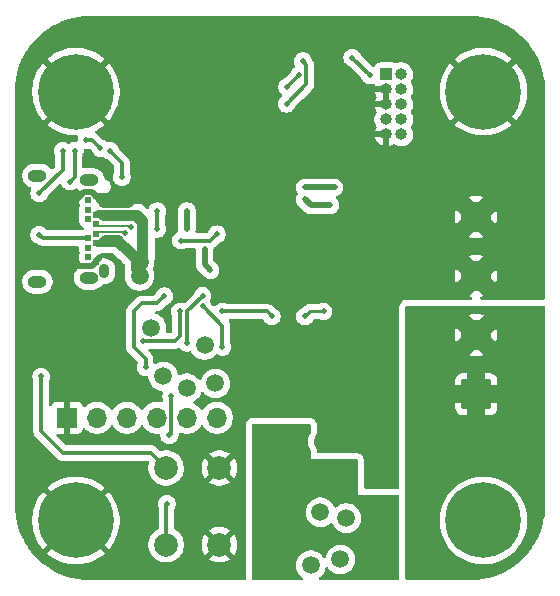
<source format=gbr>
%TF.GenerationSoftware,KiCad,Pcbnew,9.0.0*%
%TF.CreationDate,2025-08-18T10:04:00-07:00*%
%TF.ProjectId,USB_C_Simple_Trig,5553425f-435f-4536-996d-706c655f5472,rev?*%
%TF.SameCoordinates,Original*%
%TF.FileFunction,Copper,L2,Inr*%
%TF.FilePolarity,Positive*%
%FSLAX46Y46*%
G04 Gerber Fmt 4.6, Leading zero omitted, Abs format (unit mm)*
G04 Created by KiCad (PCBNEW 9.0.0) date 2025-08-18 10:04:00*
%MOMM*%
%LPD*%
G01*
G04 APERTURE LIST*
G04 Aperture macros list*
%AMRoundRect*
0 Rectangle with rounded corners*
0 $1 Rounding radius*
0 $2 $3 $4 $5 $6 $7 $8 $9 X,Y pos of 4 corners*
0 Add a 4 corners polygon primitive as box body*
4,1,4,$2,$3,$4,$5,$6,$7,$8,$9,$2,$3,0*
0 Add four circle primitives for the rounded corners*
1,1,$1+$1,$2,$3*
1,1,$1+$1,$4,$5*
1,1,$1+$1,$6,$7*
1,1,$1+$1,$8,$9*
0 Add four rect primitives between the rounded corners*
20,1,$1+$1,$2,$3,$4,$5,0*
20,1,$1+$1,$4,$5,$6,$7,0*
20,1,$1+$1,$6,$7,$8,$9,0*
20,1,$1+$1,$8,$9,$2,$3,0*%
G04 Aperture macros list end*
%TA.AperFunction,ComponentPad*%
%ADD10R,1.000000X1.000000*%
%TD*%
%TA.AperFunction,ComponentPad*%
%ADD11O,1.000000X1.000000*%
%TD*%
%TA.AperFunction,ComponentPad*%
%ADD12C,6.400000*%
%TD*%
%TA.AperFunction,ComponentPad*%
%ADD13C,2.000000*%
%TD*%
%TA.AperFunction,ComponentPad*%
%ADD14O,1.600200X1.016000*%
%TD*%
%TA.AperFunction,ComponentPad*%
%ADD15O,0.914400X1.193800*%
%TD*%
%TA.AperFunction,ComponentPad*%
%ADD16C,0.609600*%
%TD*%
%TA.AperFunction,ComponentPad*%
%ADD17RoundRect,0.250000X1.050000X-1.050000X1.050000X1.050000X-1.050000X1.050000X-1.050000X-1.050000X0*%
%TD*%
%TA.AperFunction,ComponentPad*%
%ADD18C,2.600000*%
%TD*%
%TA.AperFunction,ComponentPad*%
%ADD19R,1.700000X1.700000*%
%TD*%
%TA.AperFunction,ComponentPad*%
%ADD20O,1.700000X1.700000*%
%TD*%
%TA.AperFunction,ViaPad*%
%ADD21C,1.500000*%
%TD*%
%TA.AperFunction,ViaPad*%
%ADD22C,0.500000*%
%TD*%
%TA.AperFunction,ViaPad*%
%ADD23C,0.900000*%
%TD*%
%TA.AperFunction,ViaPad*%
%ADD24C,0.700000*%
%TD*%
%TA.AperFunction,Conductor*%
%ADD25C,0.300000*%
%TD*%
%TA.AperFunction,Conductor*%
%ADD26C,0.500000*%
%TD*%
%TA.AperFunction,Conductor*%
%ADD27C,0.800000*%
%TD*%
%TA.AperFunction,Conductor*%
%ADD28C,0.550000*%
%TD*%
%TA.AperFunction,Conductor*%
%ADD29C,0.254000*%
%TD*%
%TA.AperFunction,Conductor*%
%ADD30C,0.200000*%
%TD*%
G04 APERTURE END LIST*
D10*
%TO.N,+3V3*%
%TO.C,J4*%
X149375000Y-87920000D03*
D11*
%TO.N,/MCU/SWDIO*%
X150645000Y-87920000D03*
%TO.N,GND*%
X149375000Y-89190000D03*
%TO.N,/MCU/SWCLK*%
X150645000Y-89190000D03*
%TO.N,GND*%
X149375000Y-90460000D03*
%TO.N,unconnected-(J4-SWO{slash}TDO-Pad6)*%
X150645000Y-90460000D03*
%TO.N,unconnected-(J4-KEY-Pad7)*%
X149375000Y-91730000D03*
%TO.N,unconnected-(J4-NC{slash}TDI-Pad8)*%
X150645000Y-91730000D03*
%TO.N,GND*%
X149375000Y-93000000D03*
%TO.N,/MCU/NRST*%
X150645000Y-93000000D03*
%TD*%
D12*
%TO.N,GND*%
%TO.C,H4*%
X123100000Y-125700000D03*
%TD*%
D13*
%TO.N,GND*%
%TO.C,SW1*%
X135250000Y-121250000D03*
X135250000Y-127750000D03*
%TO.N,/MCU/NRST*%
X130750000Y-121250000D03*
X130750000Y-127750000D03*
%TD*%
D14*
%TO.N,N/C*%
%TO.C,J1*%
X124247400Y-96876201D03*
X119847400Y-96516199D03*
X124247400Y-105136199D03*
X119847400Y-105496201D03*
D15*
X125487400Y-104606200D03*
D16*
%TO.N,GND*%
X124837400Y-103806393D03*
%TO.N,unconnected-(J1-TX2+-PadB2)*%
X124137400Y-103406267D03*
%TO.N,unconnected-(J1-TX2--PadB3)*%
X124137400Y-102606141D03*
%TO.N,VBUS*%
X124837400Y-102206015D03*
%TO.N,/USB_C_IC/CC2*%
X124137400Y-101781389D03*
%TO.N,/USB_C_IC/data_+*%
X124837400Y-101418763D03*
%TO.N,/USB_C_IC/data_-*%
X124837400Y-100618637D03*
%TO.N,unconnected-(J1-SBU2-PadB8)*%
X124137400Y-100181011D03*
%TO.N,VBUS*%
X124837400Y-99806385D03*
%TO.N,unconnected-(J1-RX1--PadB10)*%
X124137400Y-99406259D03*
%TO.N,unconnected-(J1-RX1+-PadB11)*%
X124137400Y-98606133D03*
%TO.N,GND*%
X124837400Y-98206007D03*
%TD*%
D12*
%TO.N,GND*%
%TO.C,H3*%
X123100000Y-89400000D03*
%TD*%
D17*
%TO.N,VOUT*%
%TO.C,J2*%
X157000000Y-115000000D03*
D18*
X157000000Y-110000000D03*
%TO.N,GND*%
X157000000Y-105000000D03*
X157000000Y-100000000D03*
%TD*%
D19*
%TO.N,GND*%
%TO.C,J3*%
X122340000Y-117000000D03*
D20*
%TO.N,unconnected-(J3-Pin_2-Pad2)*%
X124880000Y-117000000D03*
%TO.N,unconnected-(J3-Pin_3-Pad3)*%
X127420000Y-117000000D03*
%TO.N,/MCU/UART_RX*%
X129960000Y-117000000D03*
%TO.N,/MCU/UART_TX*%
X132500000Y-117000000D03*
%TO.N,unconnected-(J3-Pin_6-Pad6)*%
X135040000Y-117000000D03*
%TD*%
D12*
%TO.N,GND*%
%TO.C,H1*%
X157600000Y-89400000D03*
%TD*%
%TO.N,GND*%
%TO.C,H2*%
X157600000Y-125700000D03*
%TD*%
D21*
%TO.N,VBUS*%
X134000000Y-110849000D03*
D22*
%TO.N,Net-(IC1-VOUT)*%
X135500000Y-111000000D03*
D21*
%TO.N,VBUS*%
X129500000Y-109400000D03*
%TO.N,Net-(IC1-VCC)*%
X130500000Y-113500000D03*
D22*
%TO.N,Net-(Q1-G)*%
X129000000Y-112708619D03*
D21*
%TO.N,Net-(IC1-VCC)*%
X146000000Y-125500000D03*
X143000000Y-129490674D03*
X145500000Y-129000000D03*
%TO.N,VOUT*%
X152000000Y-126000000D03*
X152000000Y-129991674D03*
X157000000Y-120500000D03*
X153500000Y-120500000D03*
X152500000Y-124000000D03*
%TO.N,Net-(Q1-D)*%
X140582114Y-129490674D03*
X145000000Y-121700000D03*
X149500000Y-125000000D03*
X141500000Y-119500000D03*
%TO.N,Net-(IC1-VCC)*%
X143800000Y-125000000D03*
X132500000Y-114500000D03*
D22*
%TO.N,/MCU/NRST*%
X120153000Y-113500000D03*
D21*
%TO.N,Net-(IC1-VCC)*%
X134912500Y-114087500D03*
D22*
%TO.N,GND*%
X126850000Y-98250000D03*
X125157898Y-103400000D03*
X150000000Y-107500000D03*
X126750000Y-97700000D03*
X126650000Y-105550000D03*
X141000000Y-99500000D03*
X123103000Y-104024270D03*
X151000000Y-105500000D03*
X127000000Y-104200000D03*
X136900000Y-93500000D03*
D21*
X144000000Y-119000000D03*
D22*
X123103000Y-103200000D03*
X126729529Y-103794375D03*
X120753000Y-111500000D03*
X137500000Y-109000000D03*
X137750000Y-105925000D03*
D23*
X127400000Y-97750000D03*
D22*
X123150000Y-97950000D03*
D21*
X142500000Y-114500000D03*
D22*
X128000000Y-92500000D03*
X125400000Y-106200000D03*
D24*
X131637500Y-87350000D03*
D23*
X127900000Y-98400000D03*
D22*
X141000000Y-106000000D03*
X126317576Y-97399866D03*
X123150000Y-98950000D03*
X149500000Y-97500000D03*
X126900000Y-104750000D03*
X135000000Y-100500000D03*
D21*
%TO.N,VBUS*%
X128500000Y-105000000D03*
X128500000Y-103850000D03*
D22*
X126946902Y-99679011D03*
%TO.N,+5V*%
X132500000Y-99500000D03*
X132500000Y-101000000D03*
X142500000Y-98500000D03*
X134500000Y-104500000D03*
X144654000Y-99000000D03*
X134000000Y-102725000D03*
%TO.N,+3V3*%
X142500000Y-97500000D03*
X142000000Y-88000000D03*
X145000000Y-97500000D03*
X148000000Y-88000000D03*
X146500000Y-86500000D03*
X141000000Y-89000000D03*
%TO.N,/MCU/STATUS_LED*%
X123000000Y-94400000D03*
X122602000Y-97000000D03*
%TO.N,Net-(IC1-LED)*%
X135500000Y-108000000D03*
X139689468Y-108423000D03*
X128750000Y-110500000D03*
X131900000Y-108000000D03*
%TO.N,Net-(IC1-VOUT)*%
X133825735Y-107522794D03*
%TO.N,/MCU/NRST*%
X142325735Y-86825735D03*
X130800000Y-124300000D03*
X140943236Y-90423265D03*
%TO.N,/MCU/I2C_SCL*%
X142500000Y-108423000D03*
X144077000Y-108000000D03*
%TO.N,Net-(Q1-G)*%
X130587500Y-106715442D03*
X131000000Y-118500000D03*
X131161000Y-115199000D03*
%TO.N,Net-(IC1-VCC)*%
X133825735Y-106674265D03*
X132500000Y-110650000D03*
%TO.N,/USB_C_IC/CC2*%
X125185202Y-94185201D03*
X126000000Y-94400000D03*
X122000000Y-94400000D03*
X130000000Y-101000000D03*
X132000000Y-102000000D03*
X135043015Y-101456985D03*
X120000000Y-98000000D03*
X124000000Y-93500000D03*
X127000000Y-96617201D03*
X130000000Y-99500000D03*
X120000000Y-101500000D03*
%TO.N,/USB_C_IC/data_-*%
X127774626Y-100833011D03*
%TO.N,/USB_C_IC/data_+*%
X127269003Y-101343698D03*
D21*
%TO.N,Net-(Q1-D)*%
X140500000Y-126000000D03*
X139500000Y-119500000D03*
%TD*%
D25*
%TO.N,Net-(IC1-VOUT)*%
X135500000Y-109197059D02*
X135500000Y-111000000D01*
X134000000Y-107697059D02*
X135500000Y-109197059D01*
%TO.N,Net-(Q1-G)*%
X129000000Y-112000000D02*
X129000000Y-112708619D01*
X128686029Y-107313971D02*
X128000000Y-108000000D01*
X130587500Y-106715442D02*
X129988971Y-107313971D01*
X129988971Y-107313971D02*
X128686029Y-107313971D01*
X128000000Y-108000000D02*
X128000000Y-111000000D01*
X128000000Y-111000000D02*
X129000000Y-112000000D01*
%TO.N,Net-(IC1-LED)*%
X131900000Y-110100000D02*
X131900000Y-108100000D01*
X131500000Y-110500000D02*
X131900000Y-110100000D01*
X128750000Y-110500000D02*
X131500000Y-110500000D01*
%TO.N,Net-(Q1-G)*%
X131161000Y-118339000D02*
X131000000Y-118500000D01*
X131161000Y-115199000D02*
X131161000Y-118339000D01*
%TO.N,/MCU/NRST*%
X129500000Y-120000000D02*
X130750000Y-121250000D01*
X122000000Y-120000000D02*
X129500000Y-120000000D01*
X120153000Y-118153000D02*
X122000000Y-120000000D01*
X120153000Y-113500000D02*
X120153000Y-118153000D01*
%TO.N,/USB_C_IC/CC2*%
X120281389Y-101781389D02*
X124137400Y-101781389D01*
X120000000Y-101500000D02*
X120281389Y-101781389D01*
%TO.N,/MCU/STATUS_LED*%
X123000000Y-96602000D02*
X122602000Y-97000000D01*
X123000000Y-94400000D02*
X123000000Y-96602000D01*
%TO.N,/USB_C_IC/CC2*%
X122000000Y-96000000D02*
X120000000Y-98000000D01*
X122000000Y-94400000D02*
X122000000Y-96000000D01*
X124500001Y-93500000D02*
X125185202Y-94185201D01*
X124000000Y-93500000D02*
X124500001Y-93500000D01*
X127000000Y-95400000D02*
X127000000Y-96617201D01*
X126000000Y-94400000D02*
X127000000Y-95400000D01*
%TO.N,+3V3*%
X146500000Y-86500000D02*
X148000000Y-88000000D01*
%TO.N,/MCU/NRST*%
X142601000Y-87101000D02*
X142325735Y-86825735D01*
X142601000Y-88765501D02*
X142601000Y-87101000D01*
X140943236Y-90423265D02*
X142601000Y-88765501D01*
%TO.N,+3V3*%
X142000000Y-88000000D02*
X141000000Y-89000000D01*
D26*
%TO.N,GND*%
X123150000Y-98524670D02*
X123824337Y-97850333D01*
X127400000Y-97750000D02*
X126912600Y-98237400D01*
D27*
X127500000Y-98800000D02*
X125431393Y-98800000D01*
X125431393Y-98800000D02*
X125043200Y-98411807D01*
D26*
X123824337Y-97850333D02*
X124481726Y-97850333D01*
X124481726Y-97850333D02*
X124837400Y-98206007D01*
X124481726Y-104162067D02*
X123240797Y-104162067D01*
X123150000Y-98950000D02*
X123150000Y-98524670D01*
X124837400Y-103720498D02*
X125157898Y-103400000D01*
D27*
X127900000Y-98400000D02*
X127500000Y-98800000D01*
D26*
X123240797Y-104162067D02*
X123103000Y-104024270D01*
D27*
X125043200Y-98411807D02*
X125043200Y-98349626D01*
D26*
X124837400Y-103806393D02*
X124481726Y-104162067D01*
X126912600Y-98237400D02*
X124868793Y-98237400D01*
D28*
%TO.N,VBUS*%
X124931385Y-102300000D02*
X124837400Y-102206015D01*
X126719701Y-101819701D02*
X127300000Y-102400000D01*
X125129366Y-99806385D02*
X124837400Y-99806385D01*
X126626720Y-102300000D02*
X124931385Y-102300000D01*
X128176720Y-103850000D02*
X126626720Y-102300000D01*
X124837400Y-99806385D02*
X124964774Y-99679011D01*
X128000000Y-104500000D02*
X128500000Y-105000000D01*
X128500626Y-100532291D02*
X128075346Y-100107011D01*
X128991165Y-103508835D02*
X128500000Y-104000000D01*
X127342950Y-102400000D02*
X128346475Y-103403525D01*
X124964774Y-99679011D02*
X128379011Y-99679011D01*
X128075346Y-100107011D02*
X125442989Y-100107011D01*
X128000000Y-103750000D02*
X128000000Y-104500000D01*
X125160818Y-102199563D02*
X125540680Y-101819701D01*
X128379011Y-99679011D02*
X128991165Y-100291165D01*
X125436490Y-100113510D02*
X125129366Y-99806385D01*
X128500626Y-103849374D02*
X128500626Y-100532291D01*
X125442989Y-100107011D02*
X125436490Y-100113510D01*
X128346475Y-103403525D02*
X128000000Y-103750000D01*
X128991165Y-100291165D02*
X128991165Y-103508835D01*
X125540680Y-101819701D02*
X126719701Y-101819701D01*
X124843852Y-102199563D02*
X125160818Y-102199563D01*
X127300000Y-102400000D02*
X127342950Y-102400000D01*
D26*
%TO.N,+5V*%
X144654000Y-99000000D02*
X143000000Y-99000000D01*
X134000000Y-104000000D02*
X134500000Y-104500000D01*
X143000000Y-99000000D02*
X142500000Y-98500000D01*
X134000000Y-102725000D02*
X134000000Y-104000000D01*
X132500000Y-99500000D02*
X132500000Y-101000000D01*
%TO.N,+3V3*%
X145000000Y-97500000D02*
X142500000Y-97500000D01*
D25*
%TO.N,Net-(IC1-LED)*%
X139689468Y-108423000D02*
X139266468Y-108000000D01*
X139266468Y-108000000D02*
X135500000Y-108000000D01*
%TO.N,/MCU/NRST*%
X130750000Y-124350000D02*
X130750000Y-127750000D01*
D29*
%TO.N,/MCU/I2C_SCL*%
X142923000Y-108000000D02*
X142500000Y-108423000D01*
X144077000Y-108000000D02*
X142923000Y-108000000D01*
D25*
%TO.N,Net-(IC1-VCC)*%
X132500000Y-108000000D02*
X132500000Y-110650000D01*
X133825735Y-106674265D02*
X132500000Y-108000000D01*
%TO.N,/USB_C_IC/CC2*%
X130000000Y-101000000D02*
X130000000Y-99500000D01*
X135043015Y-101456985D02*
X134500000Y-102000000D01*
X134500000Y-102000000D02*
X132000000Y-102000000D01*
D30*
%TO.N,/USB_C_IC/data_-*%
X127611898Y-100793699D02*
X125014462Y-100793699D01*
X125014462Y-100793699D02*
X124839400Y-100618637D01*
X127651210Y-100833011D02*
X127611898Y-100793699D01*
%TO.N,/USB_C_IC/data_+*%
X125014462Y-101243701D02*
X124839400Y-101418763D01*
X127169006Y-101243701D02*
X125014462Y-101243701D01*
D25*
%TO.N,/MCU/NRST*%
X142601000Y-87101000D02*
X142325735Y-86825735D01*
%TD*%
%TA.AperFunction,Conductor*%
%TO.N,GND*%
G36*
X156552324Y-83000587D02*
G01*
X156585205Y-83001817D01*
X157016140Y-83017942D01*
X157025356Y-83018632D01*
X157484289Y-83070341D01*
X157493442Y-83071721D01*
X157947224Y-83157581D01*
X157956227Y-83159635D01*
X158402325Y-83279167D01*
X158411182Y-83281899D01*
X158847088Y-83434429D01*
X158855720Y-83437817D01*
X159279008Y-83622496D01*
X159287362Y-83626520D01*
X159695640Y-83842301D01*
X159703671Y-83846937D01*
X160094707Y-84092641D01*
X160102369Y-84097865D01*
X160473949Y-84372104D01*
X160481187Y-84377876D01*
X160831233Y-84679115D01*
X160838030Y-84685422D01*
X161164577Y-85011969D01*
X161170884Y-85018766D01*
X161472118Y-85368806D01*
X161477900Y-85376056D01*
X161752134Y-85747630D01*
X161757358Y-85755292D01*
X162003062Y-86146328D01*
X162007698Y-86154359D01*
X162223479Y-86562637D01*
X162227503Y-86570991D01*
X162412182Y-86994279D01*
X162415570Y-87002911D01*
X162568100Y-87438817D01*
X162570833Y-87447678D01*
X162690358Y-87893750D01*
X162692421Y-87902791D01*
X162778277Y-88356550D01*
X162779659Y-88365719D01*
X162831365Y-88824625D01*
X162832058Y-88833873D01*
X162849412Y-89297673D01*
X162849499Y-89302309D01*
X162849499Y-106870500D01*
X162829814Y-106937539D01*
X162777010Y-106983294D01*
X162725499Y-106994500D01*
X157452961Y-106994500D01*
X157385922Y-106974815D01*
X157340167Y-106922011D01*
X157330223Y-106852853D01*
X157359248Y-106789297D01*
X157418026Y-106751523D01*
X157420868Y-106750725D01*
X157579834Y-106708130D01*
X157627660Y-106688319D01*
X157000001Y-106060660D01*
X157000000Y-106060660D01*
X156372338Y-106688319D01*
X156372338Y-106688320D01*
X156420152Y-106708125D01*
X156420165Y-106708129D01*
X156579133Y-106750725D01*
X156638793Y-106787090D01*
X156669322Y-106849937D01*
X156661027Y-106919313D01*
X156616542Y-106973191D01*
X156549990Y-106994465D01*
X156547039Y-106994500D01*
X151124000Y-106994500D01*
X151123991Y-106994500D01*
X151123990Y-106994501D01*
X151016549Y-107006052D01*
X151016537Y-107006054D01*
X150965027Y-107017260D01*
X150862502Y-107051383D01*
X150862496Y-107051386D01*
X150741462Y-107129171D01*
X150741451Y-107129179D01*
X150688659Y-107174923D01*
X150594433Y-107283664D01*
X150594430Y-107283668D01*
X150534664Y-107414534D01*
X150514976Y-107481582D01*
X150494500Y-107624001D01*
X150494500Y-122870500D01*
X150474815Y-122937539D01*
X150422011Y-122983294D01*
X150370500Y-122994500D01*
X147629500Y-122994500D01*
X147562461Y-122974815D01*
X147516706Y-122922011D01*
X147505500Y-122870500D01*
X147505500Y-120624010D01*
X147505500Y-120624000D01*
X147493947Y-120516544D01*
X147482741Y-120465033D01*
X147454737Y-120380894D01*
X147448616Y-120362502D01*
X147448613Y-120362496D01*
X147390769Y-120272490D01*
X147370825Y-120241457D01*
X147370820Y-120241451D01*
X147325076Y-120188659D01*
X147325072Y-120188656D01*
X147325070Y-120188653D01*
X147216336Y-120094433D01*
X147216333Y-120094431D01*
X147216331Y-120094430D01*
X147085465Y-120034664D01*
X147085460Y-120034662D01*
X147085459Y-120034662D01*
X147018420Y-120014977D01*
X147018422Y-120014977D01*
X147018417Y-120014976D01*
X146970944Y-120008150D01*
X146876000Y-119994500D01*
X146875998Y-119994500D01*
X143629500Y-119994500D01*
X143562461Y-119974815D01*
X143516706Y-119922011D01*
X143505500Y-119870500D01*
X143505500Y-119791359D01*
X143505294Y-119776973D01*
X143505294Y-119776969D01*
X143505092Y-119769889D01*
X143504473Y-119755442D01*
X143475898Y-119614428D01*
X143452418Y-119548623D01*
X143385276Y-119421375D01*
X143368550Y-119398355D01*
X143358387Y-119381772D01*
X143314008Y-119294673D01*
X143306567Y-119276709D01*
X143276356Y-119183730D01*
X143271817Y-119164824D01*
X143256526Y-119068271D01*
X143255000Y-119048875D01*
X143255000Y-118951122D01*
X143256526Y-118931726D01*
X143271816Y-118835181D01*
X143276357Y-118816265D01*
X143306567Y-118723290D01*
X143314006Y-118705330D01*
X143358393Y-118618215D01*
X143368549Y-118601643D01*
X143385275Y-118578625D01*
X143393607Y-118566805D01*
X143397604Y-118560959D01*
X143405567Y-118548949D01*
X143465338Y-118418072D01*
X143485023Y-118351033D01*
X143485024Y-118351029D01*
X143505500Y-118208613D01*
X143505500Y-117624000D01*
X143493947Y-117516544D01*
X143482741Y-117465033D01*
X143481615Y-117461650D01*
X143448616Y-117362502D01*
X143448613Y-117362496D01*
X143370828Y-117241462D01*
X143370825Y-117241457D01*
X143328831Y-117192993D01*
X143325076Y-117188659D01*
X143325072Y-117188656D01*
X143325070Y-117188653D01*
X143216336Y-117094433D01*
X143216333Y-117094431D01*
X143216331Y-117094430D01*
X143085465Y-117034664D01*
X143085460Y-117034662D01*
X143085459Y-117034662D01*
X143018420Y-117014977D01*
X143018422Y-117014977D01*
X143018417Y-117014976D01*
X142956347Y-117006052D01*
X142876000Y-116994500D01*
X138124000Y-116994500D01*
X138123991Y-116994500D01*
X138123990Y-116994501D01*
X138016549Y-117006052D01*
X138016537Y-117006054D01*
X137965027Y-117017260D01*
X137862502Y-117051383D01*
X137862496Y-117051386D01*
X137741462Y-117129171D01*
X137741451Y-117129179D01*
X137688659Y-117174923D01*
X137594433Y-117283664D01*
X137594430Y-117283668D01*
X137534664Y-117414534D01*
X137514976Y-117481582D01*
X137509949Y-117516549D01*
X137494502Y-117623990D01*
X137494500Y-117624001D01*
X137494500Y-130617174D01*
X137474815Y-130684213D01*
X137422011Y-130729968D01*
X137370500Y-130741174D01*
X124260635Y-130741174D01*
X124255999Y-130741087D01*
X123792196Y-130723734D01*
X123782949Y-130723041D01*
X123324043Y-130671336D01*
X123314873Y-130669954D01*
X122861114Y-130584100D01*
X122852076Y-130582037D01*
X122674936Y-130534573D01*
X122405995Y-130462511D01*
X122397135Y-130459778D01*
X121961236Y-130307253D01*
X121952603Y-130303865D01*
X121529312Y-130119184D01*
X121520958Y-130115161D01*
X121112671Y-129899376D01*
X121104648Y-129894744D01*
X120713612Y-129649040D01*
X120705950Y-129643816D01*
X120461667Y-129463528D01*
X120334379Y-129369584D01*
X120327133Y-129363807D01*
X120245375Y-129293449D01*
X119977077Y-129062560D01*
X119970280Y-129056252D01*
X119643747Y-128729719D01*
X119637439Y-128722921D01*
X119463146Y-128520388D01*
X119463146Y-128520387D01*
X119336193Y-128372866D01*
X119330411Y-128365616D01*
X119301170Y-128325996D01*
X119056183Y-127994049D01*
X119050959Y-127986387D01*
X118805255Y-127595351D01*
X118800627Y-127587336D01*
X118584830Y-127179025D01*
X118580815Y-127170687D01*
X118454379Y-126880894D01*
X118396127Y-126747380D01*
X118392752Y-126738779D01*
X118240219Y-126302859D01*
X118237491Y-126294016D01*
X118117957Y-125847904D01*
X118115902Y-125838901D01*
X118055229Y-125518234D01*
X119400000Y-125518234D01*
X119400000Y-125881765D01*
X119435632Y-126243556D01*
X119506550Y-126600090D01*
X119506553Y-126600101D01*
X119612086Y-126947997D01*
X119751207Y-127283864D01*
X119751209Y-127283869D01*
X119922570Y-127604462D01*
X119922581Y-127604480D01*
X120124551Y-127906750D01*
X120311678Y-128134765D01*
X120311679Y-128134766D01*
X121805747Y-126640697D01*
X121879588Y-126742330D01*
X122057670Y-126920412D01*
X122159301Y-126994251D01*
X120665232Y-128488319D01*
X120665233Y-128488320D01*
X120893249Y-128675448D01*
X121195519Y-128877418D01*
X121195537Y-128877429D01*
X121516130Y-129048790D01*
X121516135Y-129048792D01*
X121852002Y-129187913D01*
X122199898Y-129293446D01*
X122199909Y-129293449D01*
X122556443Y-129364367D01*
X122918234Y-129400000D01*
X123281766Y-129400000D01*
X123643556Y-129364367D01*
X124000090Y-129293449D01*
X124000101Y-129293446D01*
X124347997Y-129187913D01*
X124683864Y-129048792D01*
X124683869Y-129048790D01*
X125004462Y-128877429D01*
X125004480Y-128877418D01*
X125306736Y-128675457D01*
X125306750Y-128675447D01*
X125534765Y-128488320D01*
X125534766Y-128488319D01*
X124040698Y-126994251D01*
X124142330Y-126920412D01*
X124320412Y-126742330D01*
X124394251Y-126640698D01*
X125888319Y-128134766D01*
X125888320Y-128134765D01*
X126075447Y-127906750D01*
X126075457Y-127906736D01*
X126259095Y-127631902D01*
X129249500Y-127631902D01*
X129249500Y-127868097D01*
X129286446Y-128101368D01*
X129359433Y-128325996D01*
X129442142Y-128488320D01*
X129466657Y-128536433D01*
X129605483Y-128727510D01*
X129772490Y-128894517D01*
X129963567Y-129033343D01*
X130020909Y-129062560D01*
X130174003Y-129140566D01*
X130174005Y-129140566D01*
X130174008Y-129140568D01*
X130294412Y-129179689D01*
X130398631Y-129213553D01*
X130631903Y-129250500D01*
X130631908Y-129250500D01*
X130868097Y-129250500D01*
X131101368Y-129213553D01*
X131102870Y-129213065D01*
X131325992Y-129140568D01*
X131536433Y-129033343D01*
X131727510Y-128894517D01*
X131894517Y-128727510D01*
X132033343Y-128536433D01*
X132140568Y-128325992D01*
X132213553Y-128101368D01*
X132231764Y-127986387D01*
X132250500Y-127868097D01*
X132250500Y-127631947D01*
X133750000Y-127631947D01*
X133750000Y-127868052D01*
X133786934Y-128101247D01*
X133859897Y-128325802D01*
X133967087Y-128536174D01*
X134027338Y-128619104D01*
X134027340Y-128619105D01*
X134726212Y-127920233D01*
X134737482Y-127962292D01*
X134809890Y-128087708D01*
X134912292Y-128190110D01*
X135037708Y-128262518D01*
X135079765Y-128273787D01*
X134380893Y-128972658D01*
X134463828Y-129032914D01*
X134674197Y-129140102D01*
X134898752Y-129213065D01*
X134898751Y-129213065D01*
X135131948Y-129250000D01*
X135368052Y-129250000D01*
X135601247Y-129213065D01*
X135825802Y-129140102D01*
X136036163Y-129032918D01*
X136036169Y-129032914D01*
X136119104Y-128972658D01*
X136119105Y-128972658D01*
X135420233Y-128273787D01*
X135462292Y-128262518D01*
X135587708Y-128190110D01*
X135690110Y-128087708D01*
X135762518Y-127962292D01*
X135773787Y-127920234D01*
X136472658Y-128619105D01*
X136472658Y-128619104D01*
X136532914Y-128536169D01*
X136532918Y-128536163D01*
X136640102Y-128325802D01*
X136713065Y-128101247D01*
X136750000Y-127868052D01*
X136750000Y-127631947D01*
X136713065Y-127398752D01*
X136640102Y-127174197D01*
X136532914Y-126963828D01*
X136472658Y-126880894D01*
X136472658Y-126880893D01*
X135773787Y-127579765D01*
X135762518Y-127537708D01*
X135690110Y-127412292D01*
X135587708Y-127309890D01*
X135462292Y-127237482D01*
X135420234Y-127226212D01*
X136119105Y-126527340D01*
X136119104Y-126527338D01*
X136036174Y-126467087D01*
X135825802Y-126359897D01*
X135601247Y-126286934D01*
X135601248Y-126286934D01*
X135368052Y-126250000D01*
X135131948Y-126250000D01*
X134898752Y-126286934D01*
X134674197Y-126359897D01*
X134463830Y-126467084D01*
X134380894Y-126527340D01*
X135079766Y-127226212D01*
X135037708Y-127237482D01*
X134912292Y-127309890D01*
X134809890Y-127412292D01*
X134737482Y-127537708D01*
X134726212Y-127579766D01*
X134027340Y-126880894D01*
X133967084Y-126963830D01*
X133859897Y-127174197D01*
X133786934Y-127398752D01*
X133750000Y-127631947D01*
X132250500Y-127631947D01*
X132250500Y-127631902D01*
X132213553Y-127398631D01*
X132176262Y-127283864D01*
X132140568Y-127174008D01*
X132140566Y-127174005D01*
X132140566Y-127174003D01*
X132033477Y-126963830D01*
X132033343Y-126963567D01*
X131894517Y-126772490D01*
X131727510Y-126605483D01*
X131536433Y-126466657D01*
X131536432Y-126466656D01*
X131536430Y-126466655D01*
X131468204Y-126431891D01*
X131417408Y-126383916D01*
X131400500Y-126321407D01*
X131400500Y-124789767D01*
X131420185Y-124722728D01*
X131421398Y-124720876D01*
X131465080Y-124655501D01*
X131465080Y-124655500D01*
X131465084Y-124655495D01*
X131521658Y-124518913D01*
X131537023Y-124441672D01*
X131550500Y-124373920D01*
X131550500Y-124226079D01*
X131521659Y-124081092D01*
X131521658Y-124081091D01*
X131521658Y-124081087D01*
X131511045Y-124055464D01*
X131465087Y-123944511D01*
X131465080Y-123944498D01*
X131382951Y-123821584D01*
X131382948Y-123821580D01*
X131278419Y-123717051D01*
X131278415Y-123717048D01*
X131155501Y-123634919D01*
X131155488Y-123634912D01*
X131018917Y-123578343D01*
X131018907Y-123578340D01*
X130873920Y-123549500D01*
X130873918Y-123549500D01*
X130726082Y-123549500D01*
X130726080Y-123549500D01*
X130581092Y-123578340D01*
X130581082Y-123578343D01*
X130444511Y-123634912D01*
X130444498Y-123634919D01*
X130321584Y-123717048D01*
X130321580Y-123717051D01*
X130217051Y-123821580D01*
X130217048Y-123821584D01*
X130134919Y-123944498D01*
X130134912Y-123944511D01*
X130078343Y-124081082D01*
X130078340Y-124081092D01*
X130049500Y-124226079D01*
X130049500Y-124226082D01*
X130049500Y-124373918D01*
X130049500Y-124373920D01*
X130049499Y-124373920D01*
X130078340Y-124518907D01*
X130078343Y-124518917D01*
X130090061Y-124547206D01*
X130099500Y-124594658D01*
X130099500Y-126321407D01*
X130079815Y-126388446D01*
X130031796Y-126431891D01*
X129963569Y-126466655D01*
X129880047Y-126527338D01*
X129772490Y-126605483D01*
X129772488Y-126605485D01*
X129772487Y-126605485D01*
X129605485Y-126772487D01*
X129605485Y-126772488D01*
X129605483Y-126772490D01*
X129601727Y-126777660D01*
X129466657Y-126963566D01*
X129359433Y-127174003D01*
X129286446Y-127398631D01*
X129249500Y-127631902D01*
X126259095Y-127631902D01*
X126277418Y-127604480D01*
X126277420Y-127604477D01*
X126296606Y-127568583D01*
X126296608Y-127568580D01*
X126448790Y-127283869D01*
X126448792Y-127283864D01*
X126587913Y-126947997D01*
X126693446Y-126600101D01*
X126693449Y-126600090D01*
X126764367Y-126243556D01*
X126800000Y-125881765D01*
X126800000Y-125518234D01*
X126764367Y-125156443D01*
X126693449Y-124799909D01*
X126693446Y-124799898D01*
X126587913Y-124452002D01*
X126448792Y-124116135D01*
X126448790Y-124116130D01*
X126277429Y-123795537D01*
X126277418Y-123795519D01*
X126075448Y-123493249D01*
X125888320Y-123265233D01*
X125888319Y-123265232D01*
X124394251Y-124759300D01*
X124320412Y-124657670D01*
X124142330Y-124479588D01*
X124040698Y-124405748D01*
X125534766Y-122911679D01*
X125534765Y-122911678D01*
X125306750Y-122724551D01*
X125004480Y-122522581D01*
X125004462Y-122522570D01*
X124683869Y-122351209D01*
X124683864Y-122351207D01*
X124347997Y-122212086D01*
X124000101Y-122106553D01*
X124000090Y-122106550D01*
X123643556Y-122035632D01*
X123281766Y-122000000D01*
X122918234Y-122000000D01*
X122556443Y-122035632D01*
X122199909Y-122106550D01*
X122199898Y-122106553D01*
X121852002Y-122212086D01*
X121516135Y-122351207D01*
X121516130Y-122351209D01*
X121195537Y-122522570D01*
X121195519Y-122522581D01*
X120893258Y-122724545D01*
X120893254Y-122724548D01*
X120665233Y-122911679D01*
X120665233Y-122911680D01*
X122159301Y-124405748D01*
X122057670Y-124479588D01*
X121879588Y-124657670D01*
X121805748Y-124759301D01*
X120311680Y-123265233D01*
X120311679Y-123265233D01*
X120124548Y-123493254D01*
X120124545Y-123493258D01*
X119922581Y-123795519D01*
X119922570Y-123795537D01*
X119751209Y-124116130D01*
X119751207Y-124116135D01*
X119612086Y-124452002D01*
X119506553Y-124799898D01*
X119506550Y-124799909D01*
X119435632Y-125156443D01*
X119400000Y-125518234D01*
X118055229Y-125518234D01*
X118030044Y-125385124D01*
X118028663Y-125375956D01*
X118011380Y-125222559D01*
X117976956Y-124917036D01*
X117976266Y-124907817D01*
X117958913Y-124444001D01*
X117958826Y-124439365D01*
X117958826Y-113573920D01*
X119402499Y-113573920D01*
X119431340Y-113718907D01*
X119431343Y-113718917D01*
X119490247Y-113861124D01*
X119489383Y-113861481D01*
X119502500Y-113913840D01*
X119502500Y-118217071D01*
X119521036Y-118310253D01*
X119521036Y-118310254D01*
X119527497Y-118342737D01*
X119527498Y-118342741D01*
X119527499Y-118342744D01*
X119576535Y-118461127D01*
X119580236Y-118466666D01*
X119647726Y-118567673D01*
X121585327Y-120505274D01*
X121585330Y-120505276D01*
X121638969Y-120541116D01*
X121691873Y-120576465D01*
X121810256Y-120625501D01*
X121810260Y-120625501D01*
X121810261Y-120625502D01*
X121935928Y-120650500D01*
X121935931Y-120650500D01*
X129179192Y-120650500D01*
X129208632Y-120659144D01*
X129238619Y-120665668D01*
X129243634Y-120669422D01*
X129246231Y-120670185D01*
X129266873Y-120686819D01*
X129279859Y-120699805D01*
X129313344Y-120761128D01*
X129310109Y-120825803D01*
X129286447Y-120898628D01*
X129249500Y-121131902D01*
X129249500Y-121368097D01*
X129286446Y-121601368D01*
X129359433Y-121825996D01*
X129448093Y-122000000D01*
X129466657Y-122036433D01*
X129605483Y-122227510D01*
X129772490Y-122394517D01*
X129963567Y-122533343D01*
X130062991Y-122584002D01*
X130174003Y-122640566D01*
X130174005Y-122640566D01*
X130174008Y-122640568D01*
X130294412Y-122679689D01*
X130398631Y-122713553D01*
X130631903Y-122750500D01*
X130631908Y-122750500D01*
X130868097Y-122750500D01*
X131101368Y-122713553D01*
X131179596Y-122688135D01*
X131325992Y-122640568D01*
X131536433Y-122533343D01*
X131727510Y-122394517D01*
X131894517Y-122227510D01*
X132033343Y-122036433D01*
X132140568Y-121825992D01*
X132213553Y-121601368D01*
X132215717Y-121587708D01*
X132250500Y-121368097D01*
X132250500Y-121131947D01*
X133750000Y-121131947D01*
X133750000Y-121368052D01*
X133786934Y-121601247D01*
X133859897Y-121825802D01*
X133967087Y-122036174D01*
X134027338Y-122119104D01*
X134027340Y-122119105D01*
X134726212Y-121420233D01*
X134737482Y-121462292D01*
X134809890Y-121587708D01*
X134912292Y-121690110D01*
X135037708Y-121762518D01*
X135079765Y-121773787D01*
X134380893Y-122472658D01*
X134463828Y-122532914D01*
X134674197Y-122640102D01*
X134898752Y-122713065D01*
X134898751Y-122713065D01*
X135131948Y-122750000D01*
X135368052Y-122750000D01*
X135601247Y-122713065D01*
X135825802Y-122640102D01*
X136036163Y-122532918D01*
X136036169Y-122532914D01*
X136119104Y-122472658D01*
X136119105Y-122472658D01*
X135420233Y-121773787D01*
X135462292Y-121762518D01*
X135587708Y-121690110D01*
X135690110Y-121587708D01*
X135762518Y-121462292D01*
X135773787Y-121420234D01*
X136472658Y-122119105D01*
X136472658Y-122119104D01*
X136532914Y-122036169D01*
X136532918Y-122036163D01*
X136640102Y-121825802D01*
X136713065Y-121601247D01*
X136750000Y-121368052D01*
X136750000Y-121131947D01*
X136713065Y-120898752D01*
X136640102Y-120674197D01*
X136532914Y-120463828D01*
X136472658Y-120380894D01*
X136472658Y-120380893D01*
X135773787Y-121079765D01*
X135762518Y-121037708D01*
X135690110Y-120912292D01*
X135587708Y-120809890D01*
X135462292Y-120737482D01*
X135420234Y-120726212D01*
X136119105Y-120027340D01*
X136119104Y-120027338D01*
X136036174Y-119967087D01*
X135825802Y-119859897D01*
X135601247Y-119786934D01*
X135601248Y-119786934D01*
X135368052Y-119750000D01*
X135131948Y-119750000D01*
X134898752Y-119786934D01*
X134674197Y-119859897D01*
X134463830Y-119967084D01*
X134380894Y-120027340D01*
X135079766Y-120726212D01*
X135037708Y-120737482D01*
X134912292Y-120809890D01*
X134809890Y-120912292D01*
X134737482Y-121037708D01*
X134726212Y-121079766D01*
X134027340Y-120380894D01*
X133967084Y-120463830D01*
X133859897Y-120674197D01*
X133786934Y-120898752D01*
X133750000Y-121131947D01*
X132250500Y-121131947D01*
X132250500Y-121131902D01*
X132213553Y-120898631D01*
X132168875Y-120761128D01*
X132140568Y-120674008D01*
X132140566Y-120674005D01*
X132140566Y-120674003D01*
X132072856Y-120541116D01*
X132033343Y-120463567D01*
X131894517Y-120272490D01*
X131727510Y-120105483D01*
X131536433Y-119966657D01*
X131325996Y-119859433D01*
X131101368Y-119786446D01*
X130868097Y-119749500D01*
X130868092Y-119749500D01*
X130631908Y-119749500D01*
X130631903Y-119749500D01*
X130398628Y-119786447D01*
X130325803Y-119810109D01*
X130255962Y-119812104D01*
X130199805Y-119779859D01*
X129914674Y-119494727D01*
X129914673Y-119494726D01*
X129914669Y-119494723D01*
X129808127Y-119423535D01*
X129802912Y-119421375D01*
X129689744Y-119374499D01*
X129689738Y-119374497D01*
X129564071Y-119349500D01*
X129564069Y-119349500D01*
X122320808Y-119349500D01*
X122253769Y-119329815D01*
X122233127Y-119313181D01*
X121481627Y-118561681D01*
X121448142Y-118500358D01*
X121453126Y-118430666D01*
X121494998Y-118374733D01*
X121560462Y-118350316D01*
X121569308Y-118350000D01*
X122090000Y-118350000D01*
X122090000Y-117433012D01*
X122147007Y-117465925D01*
X122274174Y-117500000D01*
X122405826Y-117500000D01*
X122532993Y-117465925D01*
X122590000Y-117433012D01*
X122590000Y-118350000D01*
X123237828Y-118350000D01*
X123237844Y-118349999D01*
X123297372Y-118343598D01*
X123297379Y-118343596D01*
X123432086Y-118293354D01*
X123432093Y-118293350D01*
X123547187Y-118207190D01*
X123547190Y-118207187D01*
X123633350Y-118092093D01*
X123633354Y-118092086D01*
X123682422Y-117960529D01*
X123724293Y-117904595D01*
X123789757Y-117880178D01*
X123858030Y-117895030D01*
X123886285Y-117916181D01*
X124000213Y-118030109D01*
X124172179Y-118155048D01*
X124172181Y-118155049D01*
X124172184Y-118155051D01*
X124361588Y-118251557D01*
X124563757Y-118317246D01*
X124773713Y-118350500D01*
X124773714Y-118350500D01*
X124986286Y-118350500D01*
X124986287Y-118350500D01*
X125196243Y-118317246D01*
X125398412Y-118251557D01*
X125587816Y-118155051D01*
X125674471Y-118092093D01*
X125759786Y-118030109D01*
X125759788Y-118030106D01*
X125759792Y-118030104D01*
X125910104Y-117879792D01*
X125910106Y-117879788D01*
X125910109Y-117879786D01*
X126035048Y-117707820D01*
X126035047Y-117707820D01*
X126035051Y-117707816D01*
X126039514Y-117699054D01*
X126087488Y-117648259D01*
X126155308Y-117631463D01*
X126221444Y-117653999D01*
X126260486Y-117699056D01*
X126264951Y-117707820D01*
X126389890Y-117879786D01*
X126540213Y-118030109D01*
X126712179Y-118155048D01*
X126712181Y-118155049D01*
X126712184Y-118155051D01*
X126901588Y-118251557D01*
X127103757Y-118317246D01*
X127313713Y-118350500D01*
X127313714Y-118350500D01*
X127526286Y-118350500D01*
X127526287Y-118350500D01*
X127736243Y-118317246D01*
X127938412Y-118251557D01*
X128127816Y-118155051D01*
X128214471Y-118092093D01*
X128299786Y-118030109D01*
X128299788Y-118030106D01*
X128299792Y-118030104D01*
X128450104Y-117879792D01*
X128450106Y-117879788D01*
X128450109Y-117879786D01*
X128575048Y-117707820D01*
X128575047Y-117707820D01*
X128575051Y-117707816D01*
X128579514Y-117699054D01*
X128627488Y-117648259D01*
X128695308Y-117631463D01*
X128761444Y-117653999D01*
X128800486Y-117699056D01*
X128804951Y-117707820D01*
X128929890Y-117879786D01*
X129080213Y-118030109D01*
X129252179Y-118155048D01*
X129252181Y-118155049D01*
X129252184Y-118155051D01*
X129441588Y-118251557D01*
X129643757Y-118317246D01*
X129853713Y-118350500D01*
X129853714Y-118350500D01*
X130066284Y-118350500D01*
X130066287Y-118350500D01*
X130106104Y-118344193D01*
X130175394Y-118353147D01*
X130228846Y-118398142D01*
X130249487Y-118464893D01*
X130249500Y-118466666D01*
X130249500Y-118573918D01*
X130249500Y-118573920D01*
X130249499Y-118573920D01*
X130278340Y-118718907D01*
X130278343Y-118718917D01*
X130334912Y-118855488D01*
X130334919Y-118855501D01*
X130417048Y-118978415D01*
X130417051Y-118978419D01*
X130521580Y-119082948D01*
X130521584Y-119082951D01*
X130644498Y-119165080D01*
X130644511Y-119165087D01*
X130781082Y-119221656D01*
X130781087Y-119221658D01*
X130781091Y-119221658D01*
X130781092Y-119221659D01*
X130926079Y-119250500D01*
X130926082Y-119250500D01*
X131073920Y-119250500D01*
X131171462Y-119231096D01*
X131218913Y-119221658D01*
X131355495Y-119165084D01*
X131478416Y-119082951D01*
X131582951Y-118978416D01*
X131665084Y-118855495D01*
X131721658Y-118718913D01*
X131732143Y-118666196D01*
X131736029Y-118651464D01*
X131737461Y-118647132D01*
X131737465Y-118647127D01*
X131786501Y-118528744D01*
X131799951Y-118461127D01*
X131811500Y-118403069D01*
X131811500Y-118366682D01*
X131831185Y-118299643D01*
X131883989Y-118253888D01*
X131953147Y-118243944D01*
X131976826Y-118250443D01*
X131976954Y-118250051D01*
X131981586Y-118251556D01*
X131981588Y-118251557D01*
X132183757Y-118317246D01*
X132393713Y-118350500D01*
X132393714Y-118350500D01*
X132606286Y-118350500D01*
X132606287Y-118350500D01*
X132816243Y-118317246D01*
X133018412Y-118251557D01*
X133207816Y-118155051D01*
X133294471Y-118092093D01*
X133379786Y-118030109D01*
X133379788Y-118030106D01*
X133379792Y-118030104D01*
X133530104Y-117879792D01*
X133530106Y-117879788D01*
X133530109Y-117879786D01*
X133655048Y-117707820D01*
X133655047Y-117707820D01*
X133655051Y-117707816D01*
X133659514Y-117699054D01*
X133707488Y-117648259D01*
X133775308Y-117631463D01*
X133841444Y-117653999D01*
X133880486Y-117699056D01*
X133884951Y-117707820D01*
X134009890Y-117879786D01*
X134160213Y-118030109D01*
X134332179Y-118155048D01*
X134332181Y-118155049D01*
X134332184Y-118155051D01*
X134521588Y-118251557D01*
X134723757Y-118317246D01*
X134933713Y-118350500D01*
X134933714Y-118350500D01*
X135146286Y-118350500D01*
X135146287Y-118350500D01*
X135356243Y-118317246D01*
X135558412Y-118251557D01*
X135747816Y-118155051D01*
X135834471Y-118092093D01*
X135919786Y-118030109D01*
X135919788Y-118030106D01*
X135919792Y-118030104D01*
X136070104Y-117879792D01*
X136070106Y-117879788D01*
X136070109Y-117879786D01*
X136195048Y-117707820D01*
X136195047Y-117707820D01*
X136195051Y-117707816D01*
X136291557Y-117518412D01*
X136357246Y-117316243D01*
X136390500Y-117106287D01*
X136390500Y-116893713D01*
X136357246Y-116683757D01*
X136291557Y-116481588D01*
X136195051Y-116292184D01*
X136195049Y-116292181D01*
X136195048Y-116292179D01*
X136070109Y-116120213D01*
X135919786Y-115969890D01*
X135747820Y-115844951D01*
X135558414Y-115748444D01*
X135558413Y-115748443D01*
X135558412Y-115748443D01*
X135356243Y-115682754D01*
X135356241Y-115682753D01*
X135356240Y-115682753D01*
X135194957Y-115657208D01*
X135146287Y-115649500D01*
X134933713Y-115649500D01*
X134885042Y-115657208D01*
X134723760Y-115682753D01*
X134521585Y-115748444D01*
X134332179Y-115844951D01*
X134160213Y-115969890D01*
X134009890Y-116120213D01*
X133884949Y-116292182D01*
X133880484Y-116300946D01*
X133832509Y-116351742D01*
X133764688Y-116368536D01*
X133698553Y-116345998D01*
X133659516Y-116300946D01*
X133655050Y-116292182D01*
X133530109Y-116120213D01*
X133379786Y-115969890D01*
X133207820Y-115844951D01*
X133128173Y-115804369D01*
X133077377Y-115756394D01*
X133060582Y-115688573D01*
X133083119Y-115622439D01*
X133128174Y-115583399D01*
X133155403Y-115569525D01*
X133155402Y-115569525D01*
X133155405Y-115569524D01*
X133314646Y-115453828D01*
X133453828Y-115314646D01*
X133569524Y-115155405D01*
X133658884Y-114980025D01*
X133693805Y-114872548D01*
X133733243Y-114814873D01*
X133797601Y-114787675D01*
X133866448Y-114799590D01*
X133912053Y-114837981D01*
X133958672Y-114902146D01*
X134097854Y-115041328D01*
X134257095Y-115157024D01*
X134339955Y-115199243D01*
X134432470Y-115246382D01*
X134432472Y-115246382D01*
X134432475Y-115246384D01*
X134514138Y-115272918D01*
X134619673Y-115307209D01*
X134814078Y-115338000D01*
X134814083Y-115338000D01*
X135010922Y-115338000D01*
X135205326Y-115307209D01*
X135392525Y-115246384D01*
X135567905Y-115157024D01*
X135727146Y-115041328D01*
X135866328Y-114902146D01*
X135982024Y-114742905D01*
X136071384Y-114567525D01*
X136132209Y-114380326D01*
X136163000Y-114185922D01*
X136163000Y-113989077D01*
X136132209Y-113794673D01*
X136103987Y-113707817D01*
X136071384Y-113607475D01*
X136071382Y-113607472D01*
X136071382Y-113607470D01*
X135982023Y-113432094D01*
X135866328Y-113272854D01*
X135727146Y-113133672D01*
X135567905Y-113017976D01*
X135392529Y-112928617D01*
X135205326Y-112867790D01*
X135010922Y-112837000D01*
X135010917Y-112837000D01*
X134814083Y-112837000D01*
X134814078Y-112837000D01*
X134619673Y-112867790D01*
X134432470Y-112928617D01*
X134257094Y-113017976D01*
X134166241Y-113083985D01*
X134097854Y-113133672D01*
X134097852Y-113133674D01*
X134097851Y-113133674D01*
X133958674Y-113272851D01*
X133958674Y-113272852D01*
X133958672Y-113272854D01*
X133945074Y-113291570D01*
X133842976Y-113432094D01*
X133753618Y-113607469D01*
X133718694Y-113714952D01*
X133679255Y-113772627D01*
X133614896Y-113799824D01*
X133546050Y-113787909D01*
X133500445Y-113749517D01*
X133453830Y-113685357D01*
X133453825Y-113685351D01*
X133314648Y-113546174D01*
X133314646Y-113546172D01*
X133155405Y-113430476D01*
X133111478Y-113408094D01*
X132980029Y-113341117D01*
X132792826Y-113280290D01*
X132598422Y-113249500D01*
X132598417Y-113249500D01*
X132401583Y-113249500D01*
X132401578Y-113249500D01*
X132207173Y-113280290D01*
X132019967Y-113341118D01*
X131913829Y-113395198D01*
X131845159Y-113408094D01*
X131780419Y-113381817D01*
X131740163Y-113324710D01*
X131735062Y-113304110D01*
X131719709Y-113207174D01*
X131719709Y-113207173D01*
X131691487Y-113120317D01*
X131658884Y-113019975D01*
X131658882Y-113019972D01*
X131658882Y-113019970D01*
X131569523Y-112844594D01*
X131562494Y-112834919D01*
X131453828Y-112685354D01*
X131314646Y-112546172D01*
X131155405Y-112430476D01*
X131148324Y-112426868D01*
X130980029Y-112341117D01*
X130792826Y-112280290D01*
X130598422Y-112249500D01*
X130598417Y-112249500D01*
X130401583Y-112249500D01*
X130401578Y-112249500D01*
X130207173Y-112280290D01*
X130019970Y-112341117D01*
X129842346Y-112431622D01*
X129829905Y-112433958D01*
X129819153Y-112440637D01*
X129796219Y-112440284D01*
X129773676Y-112444518D01*
X129761947Y-112439757D01*
X129749291Y-112439563D01*
X129730189Y-112426868D01*
X129708936Y-112418242D01*
X129700258Y-112406976D01*
X129691101Y-112400890D01*
X129674461Y-112373484D01*
X129672478Y-112370909D01*
X129671981Y-112369775D01*
X129665084Y-112353124D01*
X129663921Y-112351384D01*
X129660927Y-112344551D01*
X129658791Y-112327882D01*
X129650500Y-112294779D01*
X129650500Y-111935928D01*
X129625502Y-111810261D01*
X129625501Y-111810260D01*
X129625501Y-111810256D01*
X129600749Y-111750500D01*
X129576466Y-111691874D01*
X129557606Y-111663648D01*
X129505278Y-111585332D01*
X129505272Y-111585325D01*
X129282127Y-111362181D01*
X129248642Y-111300858D01*
X129253626Y-111231167D01*
X129295497Y-111175233D01*
X129360962Y-111150816D01*
X129369808Y-111150500D01*
X131564071Y-111150500D01*
X131648615Y-111133682D01*
X131689744Y-111125501D01*
X131772633Y-111091166D01*
X131842101Y-111083698D01*
X131904580Y-111114973D01*
X131915938Y-111127063D01*
X131917050Y-111128418D01*
X132021580Y-111232948D01*
X132021584Y-111232951D01*
X132144498Y-111315080D01*
X132144511Y-111315087D01*
X132242049Y-111355488D01*
X132281087Y-111371658D01*
X132281091Y-111371658D01*
X132281092Y-111371659D01*
X132426079Y-111400500D01*
X132426082Y-111400500D01*
X132573920Y-111400500D01*
X132671462Y-111381096D01*
X132718913Y-111371658D01*
X132731856Y-111366296D01*
X132801322Y-111358827D01*
X132863802Y-111390100D01*
X132889794Y-111424562D01*
X132930476Y-111504405D01*
X133046172Y-111663646D01*
X133185354Y-111802828D01*
X133344595Y-111918524D01*
X133427455Y-111960743D01*
X133519970Y-112007882D01*
X133519972Y-112007882D01*
X133519975Y-112007884D01*
X133620317Y-112040487D01*
X133707173Y-112068709D01*
X133901578Y-112099500D01*
X133901583Y-112099500D01*
X134098422Y-112099500D01*
X134292826Y-112068709D01*
X134480025Y-112007884D01*
X134655405Y-111918524D01*
X134814646Y-111802828D01*
X134953828Y-111663646D01*
X134953828Y-111663645D01*
X134957273Y-111660201D01*
X134959052Y-111661980D01*
X135008631Y-111629235D01*
X135078495Y-111628361D01*
X135113942Y-111644664D01*
X135144493Y-111665077D01*
X135144502Y-111665082D01*
X135144505Y-111665084D01*
X135144507Y-111665084D01*
X135144511Y-111665087D01*
X135281082Y-111721656D01*
X135281087Y-111721658D01*
X135281091Y-111721658D01*
X135281092Y-111721659D01*
X135426079Y-111750500D01*
X135426082Y-111750500D01*
X135573920Y-111750500D01*
X135671462Y-111731096D01*
X135718913Y-111721658D01*
X135855495Y-111665084D01*
X135978416Y-111582951D01*
X136082951Y-111478416D01*
X136165084Y-111355495D01*
X136221658Y-111218913D01*
X136239659Y-111128418D01*
X136250500Y-111073920D01*
X136250500Y-110926079D01*
X136221659Y-110781092D01*
X136221658Y-110781091D01*
X136221658Y-110781087D01*
X136165084Y-110644505D01*
X136165083Y-110644504D01*
X136162753Y-110638878D01*
X136163614Y-110638520D01*
X136150500Y-110586160D01*
X136150500Y-109132987D01*
X136125502Y-109007320D01*
X136125501Y-109007319D01*
X136125501Y-109007315D01*
X136076465Y-108888932D01*
X136069046Y-108877829D01*
X136046034Y-108843388D01*
X136027479Y-108784124D01*
X136025158Y-108776712D01*
X136025158Y-108776710D01*
X136039776Y-108723427D01*
X136043643Y-108709332D01*
X136043643Y-108709331D01*
X136043644Y-108709330D01*
X136072137Y-108683738D01*
X136095622Y-108662643D01*
X136095624Y-108662642D01*
X136095625Y-108662642D01*
X136095629Y-108662641D01*
X136149138Y-108650500D01*
X138888513Y-108650500D01*
X138955552Y-108670185D01*
X139001307Y-108722989D01*
X139003055Y-108727004D01*
X139024381Y-108778488D01*
X139024386Y-108778499D01*
X139106513Y-108901411D01*
X139106519Y-108901419D01*
X139211048Y-109005948D01*
X139211052Y-109005951D01*
X139333966Y-109088080D01*
X139333979Y-109088087D01*
X139442386Y-109132990D01*
X139470555Y-109144658D01*
X139470559Y-109144658D01*
X139470560Y-109144659D01*
X139615547Y-109173500D01*
X139615550Y-109173500D01*
X139763388Y-109173500D01*
X139860930Y-109154096D01*
X139908381Y-109144658D01*
X140044963Y-109088084D01*
X140167884Y-109005951D01*
X140272419Y-108901416D01*
X140354552Y-108778495D01*
X140411126Y-108641913D01*
X140439968Y-108496920D01*
X141749499Y-108496920D01*
X141778340Y-108641907D01*
X141778343Y-108641917D01*
X141834912Y-108778488D01*
X141834919Y-108778501D01*
X141917048Y-108901415D01*
X141917051Y-108901419D01*
X142021580Y-109005948D01*
X142021584Y-109005951D01*
X142144498Y-109088080D01*
X142144511Y-109088087D01*
X142252918Y-109132990D01*
X142281087Y-109144658D01*
X142281091Y-109144658D01*
X142281092Y-109144659D01*
X142426079Y-109173500D01*
X142426082Y-109173500D01*
X142573920Y-109173500D01*
X142671462Y-109154096D01*
X142718913Y-109144658D01*
X142855495Y-109088084D01*
X142978416Y-109005951D01*
X143082951Y-108901416D01*
X143165084Y-108778495D01*
X143188627Y-108721658D01*
X143195921Y-108704048D01*
X143239761Y-108649644D01*
X143306055Y-108627579D01*
X143310482Y-108627500D01*
X143627641Y-108627500D01*
X143694680Y-108647185D01*
X143696525Y-108648393D01*
X143721505Y-108665084D01*
X143858087Y-108721658D01*
X143858091Y-108721658D01*
X143858092Y-108721659D01*
X144003079Y-108750500D01*
X144003082Y-108750500D01*
X144150920Y-108750500D01*
X144268816Y-108727048D01*
X144295913Y-108721658D01*
X144432495Y-108665084D01*
X144555416Y-108582951D01*
X144659951Y-108478416D01*
X144742084Y-108355495D01*
X144798658Y-108218913D01*
X144809494Y-108164438D01*
X144827500Y-108073920D01*
X144827500Y-107926079D01*
X144798659Y-107781092D01*
X144798658Y-107781091D01*
X144798658Y-107781087D01*
X144765627Y-107701342D01*
X144742087Y-107644511D01*
X144742080Y-107644498D01*
X144659951Y-107521584D01*
X144659948Y-107521580D01*
X144555419Y-107417051D01*
X144555415Y-107417048D01*
X144432501Y-107334919D01*
X144432488Y-107334912D01*
X144295917Y-107278343D01*
X144295907Y-107278340D01*
X144150920Y-107249500D01*
X144150918Y-107249500D01*
X144003082Y-107249500D01*
X144003080Y-107249500D01*
X143858092Y-107278340D01*
X143858082Y-107278343D01*
X143721508Y-107334914D01*
X143696531Y-107351603D01*
X143629853Y-107372480D01*
X143627641Y-107372500D01*
X142861195Y-107372500D01*
X142739970Y-107396613D01*
X142739960Y-107396616D01*
X142625773Y-107443913D01*
X142625760Y-107443920D01*
X142522992Y-107512588D01*
X142374034Y-107661546D01*
X142312711Y-107695030D01*
X142310547Y-107695481D01*
X142281089Y-107701341D01*
X142281084Y-107701342D01*
X142144511Y-107757912D01*
X142144498Y-107757919D01*
X142021584Y-107840048D01*
X142021580Y-107840051D01*
X141917051Y-107944580D01*
X141917048Y-107944584D01*
X141834919Y-108067498D01*
X141834912Y-108067511D01*
X141778343Y-108204082D01*
X141778340Y-108204092D01*
X141749500Y-108349079D01*
X141749500Y-108349082D01*
X141749500Y-108496918D01*
X141749500Y-108496920D01*
X141749499Y-108496920D01*
X140439968Y-108496920D01*
X140439968Y-108496918D01*
X140439968Y-108349082D01*
X140439968Y-108349079D01*
X140411127Y-108204092D01*
X140411126Y-108204091D01*
X140411126Y-108204087D01*
X140404409Y-108187871D01*
X140354555Y-108067511D01*
X140354548Y-108067498D01*
X140272419Y-107944584D01*
X140272416Y-107944580D01*
X140167887Y-107840051D01*
X140167883Y-107840048D01*
X140044969Y-107757919D01*
X140044956Y-107757912D01*
X139902754Y-107699011D01*
X139903111Y-107698149D01*
X139856812Y-107670398D01*
X139681142Y-107494727D01*
X139681141Y-107494726D01*
X139681137Y-107494723D01*
X139574595Y-107423535D01*
X139558941Y-107417051D01*
X139456212Y-107374499D01*
X139456206Y-107374497D01*
X139330539Y-107349500D01*
X139330537Y-107349500D01*
X135913840Y-107349500D01*
X135861479Y-107336385D01*
X135861122Y-107337247D01*
X135855495Y-107334916D01*
X135718913Y-107278342D01*
X135718907Y-107278340D01*
X135573920Y-107249500D01*
X135573918Y-107249500D01*
X135426082Y-107249500D01*
X135426080Y-107249500D01*
X135281092Y-107278340D01*
X135281082Y-107278343D01*
X135144511Y-107334912D01*
X135144498Y-107334919D01*
X135021584Y-107417048D01*
X134918440Y-107520192D01*
X134910493Y-107524531D01*
X134905069Y-107531777D01*
X134880311Y-107541011D01*
X134857117Y-107553676D01*
X134848087Y-107553030D01*
X134839605Y-107556194D01*
X134813784Y-107550577D01*
X134787425Y-107548692D01*
X134778371Y-107542873D01*
X134771332Y-107541342D01*
X134743078Y-107520191D01*
X134578336Y-107355449D01*
X134550588Y-107309151D01*
X134549724Y-107309509D01*
X134545118Y-107298390D01*
X134524868Y-107249500D01*
X134490821Y-107167303D01*
X134487950Y-107161932D01*
X134489006Y-107161367D01*
X134470021Y-107100751D01*
X134488010Y-107035159D01*
X134487950Y-107035127D01*
X134488091Y-107034861D01*
X134488501Y-107033370D01*
X134490811Y-107029775D01*
X134490821Y-107029755D01*
X134495997Y-107017259D01*
X134547393Y-106893178D01*
X134575571Y-106751523D01*
X134576235Y-106748185D01*
X134576235Y-106600344D01*
X134547394Y-106455357D01*
X134547393Y-106455356D01*
X134547393Y-106455352D01*
X134547391Y-106455347D01*
X134490822Y-106318776D01*
X134490815Y-106318763D01*
X134408686Y-106195849D01*
X134408683Y-106195845D01*
X134304154Y-106091316D01*
X134304150Y-106091313D01*
X134181236Y-106009184D01*
X134181223Y-106009177D01*
X134044652Y-105952608D01*
X134044642Y-105952605D01*
X133899655Y-105923765D01*
X133899653Y-105923765D01*
X133751817Y-105923765D01*
X133751815Y-105923765D01*
X133606827Y-105952605D01*
X133606817Y-105952608D01*
X133470246Y-106009177D01*
X133470233Y-106009184D01*
X133347319Y-106091313D01*
X133347315Y-106091316D01*
X133242786Y-106195845D01*
X133242783Y-106195849D01*
X133160654Y-106318763D01*
X133160649Y-106318772D01*
X133101746Y-106460979D01*
X133100884Y-106460622D01*
X133073133Y-106506919D01*
X132306757Y-107273295D01*
X132245434Y-107306780D01*
X132175742Y-107301796D01*
X132171624Y-107300175D01*
X132118917Y-107278343D01*
X132118907Y-107278340D01*
X131973920Y-107249500D01*
X131973918Y-107249500D01*
X131826082Y-107249500D01*
X131826080Y-107249500D01*
X131681092Y-107278340D01*
X131681082Y-107278343D01*
X131544511Y-107334912D01*
X131544498Y-107334919D01*
X131421584Y-107417048D01*
X131421580Y-107417051D01*
X131317051Y-107521580D01*
X131317048Y-107521584D01*
X131234919Y-107644498D01*
X131234912Y-107644511D01*
X131178343Y-107781082D01*
X131178340Y-107781092D01*
X131149500Y-107926079D01*
X131149500Y-107926082D01*
X131149500Y-108073918D01*
X131149500Y-108073920D01*
X131149499Y-108073920D01*
X131178340Y-108218907D01*
X131178343Y-108218917D01*
X131237247Y-108361124D01*
X131236383Y-108361481D01*
X131249500Y-108413840D01*
X131249500Y-109725500D01*
X131229815Y-109792539D01*
X131177011Y-109838294D01*
X131125500Y-109849500D01*
X130839388Y-109849500D01*
X130772349Y-109829815D01*
X130726594Y-109777011D01*
X130716650Y-109707853D01*
X130718814Y-109696553D01*
X130719704Y-109692840D01*
X130719709Y-109692826D01*
X130735104Y-109595621D01*
X130750500Y-109498422D01*
X130750500Y-109301577D01*
X130719709Y-109107173D01*
X130658882Y-108919970D01*
X130585887Y-108776710D01*
X130569524Y-108744595D01*
X130453828Y-108585354D01*
X130314646Y-108446172D01*
X130155405Y-108330476D01*
X129980029Y-108241117D01*
X129873187Y-108206402D01*
X129815512Y-108166964D01*
X129788314Y-108102605D01*
X129800229Y-108033759D01*
X129847473Y-107982283D01*
X129911506Y-107964471D01*
X130053042Y-107964471D01*
X130153036Y-107944580D01*
X130178715Y-107939472D01*
X130297098Y-107890436D01*
X130302525Y-107886809D01*
X130302536Y-107886806D01*
X130302535Y-107886804D01*
X130378192Y-107836251D01*
X130403640Y-107819248D01*
X130754846Y-107468040D01*
X130801142Y-107440294D01*
X130800785Y-107439431D01*
X130854816Y-107417051D01*
X130904153Y-107396615D01*
X130942988Y-107380529D01*
X130942988Y-107380528D01*
X130942995Y-107380526D01*
X131065916Y-107298393D01*
X131170451Y-107193858D01*
X131252584Y-107070937D01*
X131309158Y-106934355D01*
X131325950Y-106849937D01*
X131338000Y-106789362D01*
X131338000Y-106641521D01*
X131309159Y-106496534D01*
X131309158Y-106496533D01*
X131309158Y-106496529D01*
X131292100Y-106455347D01*
X131252587Y-106359953D01*
X131252580Y-106359940D01*
X131170451Y-106237026D01*
X131170448Y-106237022D01*
X131065919Y-106132493D01*
X131065915Y-106132490D01*
X130943001Y-106050361D01*
X130942988Y-106050354D01*
X130806417Y-105993785D01*
X130806407Y-105993782D01*
X130661420Y-105964942D01*
X130661418Y-105964942D01*
X130513582Y-105964942D01*
X130513580Y-105964942D01*
X130368592Y-105993782D01*
X130368582Y-105993785D01*
X130232011Y-106050354D01*
X130231998Y-106050361D01*
X130109084Y-106132490D01*
X130109080Y-106132493D01*
X130004551Y-106237022D01*
X130004548Y-106237026D01*
X129922419Y-106359940D01*
X129922414Y-106359949D01*
X129863511Y-106502156D01*
X129862649Y-106501799D01*
X129858450Y-106508804D01*
X129856050Y-106519839D01*
X129834899Y-106548094D01*
X129755844Y-106627151D01*
X129694522Y-106660637D01*
X129668162Y-106663471D01*
X128621958Y-106663471D01*
X128496290Y-106688468D01*
X128496280Y-106688471D01*
X128447249Y-106708781D01*
X128377910Y-106737501D01*
X128377892Y-106737511D01*
X128271361Y-106808692D01*
X128271354Y-106808698D01*
X127494726Y-107585326D01*
X127494723Y-107585331D01*
X127427906Y-107685331D01*
X127427903Y-107685334D01*
X127427903Y-107685335D01*
X127423539Y-107691864D01*
X127423534Y-107691873D01*
X127374499Y-107810255D01*
X127374497Y-107810261D01*
X127349500Y-107935928D01*
X127349500Y-111064070D01*
X127351966Y-111076465D01*
X127366693Y-111150500D01*
X127374499Y-111189744D01*
X127423535Y-111308127D01*
X127465985Y-111371659D01*
X127494726Y-111414673D01*
X127494727Y-111414674D01*
X128305109Y-112225055D01*
X128338594Y-112286378D01*
X128333610Y-112356069D01*
X128331989Y-112360188D01*
X128278343Y-112489701D01*
X128278340Y-112489711D01*
X128249500Y-112634698D01*
X128249500Y-112634701D01*
X128249500Y-112782537D01*
X128249500Y-112782539D01*
X128249499Y-112782539D01*
X128278340Y-112927526D01*
X128278343Y-112927536D01*
X128334912Y-113064107D01*
X128334919Y-113064120D01*
X128417048Y-113187034D01*
X128417051Y-113187038D01*
X128521580Y-113291567D01*
X128521584Y-113291570D01*
X128644498Y-113373699D01*
X128644511Y-113373706D01*
X128770952Y-113426079D01*
X128781087Y-113430277D01*
X128781091Y-113430277D01*
X128781092Y-113430278D01*
X128926079Y-113459119D01*
X128926082Y-113459119D01*
X129073919Y-113459119D01*
X129101308Y-113453671D01*
X129170899Y-113459898D01*
X129226077Y-113502760D01*
X129249322Y-113568650D01*
X129249500Y-113575288D01*
X129249500Y-113598422D01*
X129280290Y-113792826D01*
X129341117Y-113980029D01*
X129430476Y-114155405D01*
X129546172Y-114314646D01*
X129685354Y-114453828D01*
X129844595Y-114569524D01*
X129901301Y-114598417D01*
X130019970Y-114658882D01*
X130019972Y-114658882D01*
X130019975Y-114658884D01*
X130207174Y-114719709D01*
X130342357Y-114741119D01*
X130370903Y-114745641D01*
X130434037Y-114775570D01*
X130470969Y-114834881D01*
X130469971Y-114904744D01*
X130466067Y-114915565D01*
X130439342Y-114980087D01*
X130439340Y-114980092D01*
X130410500Y-115125079D01*
X130410500Y-115125082D01*
X130410500Y-115272918D01*
X130410500Y-115272920D01*
X130410499Y-115272920D01*
X130439340Y-115417907D01*
X130439343Y-115417917D01*
X130488534Y-115536675D01*
X130496003Y-115606144D01*
X130464728Y-115668623D01*
X130404639Y-115704275D01*
X130335656Y-115702058D01*
X130276244Y-115682754D01*
X130276240Y-115682753D01*
X130114957Y-115657208D01*
X130066287Y-115649500D01*
X129853713Y-115649500D01*
X129805042Y-115657208D01*
X129643760Y-115682753D01*
X129441585Y-115748444D01*
X129252179Y-115844951D01*
X129080213Y-115969890D01*
X128929890Y-116120213D01*
X128804949Y-116292182D01*
X128800484Y-116300946D01*
X128752509Y-116351742D01*
X128684688Y-116368536D01*
X128618553Y-116345998D01*
X128579516Y-116300946D01*
X128575050Y-116292182D01*
X128450109Y-116120213D01*
X128299786Y-115969890D01*
X128127820Y-115844951D01*
X127938414Y-115748444D01*
X127938413Y-115748443D01*
X127938412Y-115748443D01*
X127736243Y-115682754D01*
X127736241Y-115682753D01*
X127736240Y-115682753D01*
X127574957Y-115657208D01*
X127526287Y-115649500D01*
X127313713Y-115649500D01*
X127265042Y-115657208D01*
X127103760Y-115682753D01*
X126901585Y-115748444D01*
X126712179Y-115844951D01*
X126540213Y-115969890D01*
X126389890Y-116120213D01*
X126264949Y-116292182D01*
X126260484Y-116300946D01*
X126212509Y-116351742D01*
X126144688Y-116368536D01*
X126078553Y-116345998D01*
X126039516Y-116300946D01*
X126035050Y-116292182D01*
X125910109Y-116120213D01*
X125759786Y-115969890D01*
X125587820Y-115844951D01*
X125398414Y-115748444D01*
X125398413Y-115748443D01*
X125398412Y-115748443D01*
X125196243Y-115682754D01*
X125196241Y-115682753D01*
X125196240Y-115682753D01*
X125034957Y-115657208D01*
X124986287Y-115649500D01*
X124773713Y-115649500D01*
X124725042Y-115657208D01*
X124563760Y-115682753D01*
X124361585Y-115748444D01*
X124172179Y-115844951D01*
X124000215Y-115969889D01*
X123886285Y-116083819D01*
X123824962Y-116117303D01*
X123755270Y-116112319D01*
X123699337Y-116070447D01*
X123682422Y-116039470D01*
X123633354Y-115907913D01*
X123633350Y-115907906D01*
X123547190Y-115792812D01*
X123547187Y-115792809D01*
X123432093Y-115706649D01*
X123432086Y-115706645D01*
X123297379Y-115656403D01*
X123297372Y-115656401D01*
X123237844Y-115650000D01*
X122590000Y-115650000D01*
X122590000Y-116566988D01*
X122532993Y-116534075D01*
X122405826Y-116500000D01*
X122274174Y-116500000D01*
X122147007Y-116534075D01*
X122090000Y-116566988D01*
X122090000Y-115650000D01*
X121442155Y-115650000D01*
X121382627Y-115656401D01*
X121382620Y-115656403D01*
X121247913Y-115706645D01*
X121247906Y-115706649D01*
X121132812Y-115792809D01*
X121132809Y-115792812D01*
X121046649Y-115907906D01*
X121046646Y-115907912D01*
X121043682Y-115915860D01*
X121001810Y-115971793D01*
X120936346Y-115996210D01*
X120868073Y-115981358D01*
X120818668Y-115931952D01*
X120803500Y-115872526D01*
X120803500Y-113913840D01*
X120816616Y-113861481D01*
X120815753Y-113861124D01*
X120874656Y-113718917D01*
X120874658Y-113718913D01*
X120898627Y-113598417D01*
X120903500Y-113573920D01*
X120903500Y-113426079D01*
X120874659Y-113281092D01*
X120874658Y-113281091D01*
X120874658Y-113281087D01*
X120861574Y-113249500D01*
X120818087Y-113144511D01*
X120818080Y-113144498D01*
X120735951Y-113021584D01*
X120735948Y-113021580D01*
X120631419Y-112917051D01*
X120631415Y-112917048D01*
X120508501Y-112834919D01*
X120508488Y-112834912D01*
X120371917Y-112778343D01*
X120371907Y-112778340D01*
X120226920Y-112749500D01*
X120226918Y-112749500D01*
X120079082Y-112749500D01*
X120079080Y-112749500D01*
X119934092Y-112778340D01*
X119934082Y-112778343D01*
X119797511Y-112834912D01*
X119797498Y-112834919D01*
X119674584Y-112917048D01*
X119674580Y-112917051D01*
X119570051Y-113021580D01*
X119570048Y-113021584D01*
X119487919Y-113144498D01*
X119487912Y-113144511D01*
X119431343Y-113281082D01*
X119431340Y-113281092D01*
X119402500Y-113426079D01*
X119402500Y-113426082D01*
X119402500Y-113573918D01*
X119402500Y-113573920D01*
X119402499Y-113573920D01*
X117958826Y-113573920D01*
X117958826Y-105396867D01*
X118546800Y-105396867D01*
X118546800Y-105595534D01*
X118585554Y-105790362D01*
X118585556Y-105790370D01*
X118661577Y-105973902D01*
X118661582Y-105973911D01*
X118771946Y-106139081D01*
X118771949Y-106139085D01*
X118912415Y-106279551D01*
X118912419Y-106279554D01*
X119077589Y-106389918D01*
X119077595Y-106389921D01*
X119077596Y-106389922D01*
X119261131Y-106465945D01*
X119455966Y-106504700D01*
X119455970Y-106504701D01*
X119455971Y-106504701D01*
X120238830Y-106504701D01*
X120238831Y-106504700D01*
X120433669Y-106465945D01*
X120617204Y-106389922D01*
X120782381Y-106279554D01*
X120922853Y-106139082D01*
X121033221Y-105973905D01*
X121109244Y-105790370D01*
X121148000Y-105595530D01*
X121148000Y-105396872D01*
X121109244Y-105202032D01*
X121033221Y-105018497D01*
X121033220Y-105018496D01*
X121033217Y-105018490D01*
X120922853Y-104853320D01*
X120922850Y-104853316D01*
X120782384Y-104712850D01*
X120782380Y-104712847D01*
X120617210Y-104602483D01*
X120617201Y-104602478D01*
X120433669Y-104526457D01*
X120433661Y-104526455D01*
X120238833Y-104487701D01*
X120238829Y-104487701D01*
X119455971Y-104487701D01*
X119455966Y-104487701D01*
X119261138Y-104526455D01*
X119261130Y-104526457D01*
X119077598Y-104602478D01*
X119077589Y-104602483D01*
X118912419Y-104712847D01*
X118912415Y-104712850D01*
X118771949Y-104853316D01*
X118771946Y-104853320D01*
X118661582Y-105018490D01*
X118661577Y-105018499D01*
X118585556Y-105202031D01*
X118585554Y-105202039D01*
X118546800Y-105396867D01*
X117958826Y-105396867D01*
X117958826Y-96416865D01*
X118546800Y-96416865D01*
X118546800Y-96615532D01*
X118585554Y-96810360D01*
X118585556Y-96810368D01*
X118661577Y-96993900D01*
X118661582Y-96993909D01*
X118771946Y-97159079D01*
X118771949Y-97159083D01*
X118912415Y-97299549D01*
X118912419Y-97299552D01*
X119077589Y-97409916D01*
X119077602Y-97409923D01*
X119116614Y-97426082D01*
X119261131Y-97485943D01*
X119261132Y-97485943D01*
X119265608Y-97487797D01*
X119320012Y-97531638D01*
X119342077Y-97597932D01*
X119332718Y-97649810D01*
X119278340Y-97781091D01*
X119278340Y-97781092D01*
X119249500Y-97926079D01*
X119249500Y-97926082D01*
X119249500Y-98073918D01*
X119249500Y-98073920D01*
X119249499Y-98073920D01*
X119278340Y-98218907D01*
X119278343Y-98218917D01*
X119334912Y-98355488D01*
X119334919Y-98355501D01*
X119417048Y-98478415D01*
X119417051Y-98478419D01*
X119521580Y-98582948D01*
X119521584Y-98582951D01*
X119644498Y-98665080D01*
X119644511Y-98665087D01*
X119781082Y-98721656D01*
X119781087Y-98721658D01*
X119781091Y-98721658D01*
X119781092Y-98721659D01*
X119926079Y-98750500D01*
X119926082Y-98750500D01*
X120073920Y-98750500D01*
X120171462Y-98731096D01*
X120218913Y-98721658D01*
X120355495Y-98665084D01*
X120478416Y-98582951D01*
X120582951Y-98478416D01*
X120665084Y-98355495D01*
X120721658Y-98218913D01*
X120721658Y-98218912D01*
X120723989Y-98213285D01*
X120724852Y-98213642D01*
X120752600Y-98167344D01*
X121696601Y-97223343D01*
X121757922Y-97189860D01*
X121827614Y-97194844D01*
X121883547Y-97236716D01*
X121898841Y-97263574D01*
X121936912Y-97355488D01*
X121936919Y-97355501D01*
X122019048Y-97478415D01*
X122019051Y-97478419D01*
X122123580Y-97582948D01*
X122123584Y-97582951D01*
X122246498Y-97665080D01*
X122246511Y-97665087D01*
X122383082Y-97721656D01*
X122383087Y-97721658D01*
X122383091Y-97721658D01*
X122383092Y-97721659D01*
X122528079Y-97750500D01*
X122528082Y-97750500D01*
X122675920Y-97750500D01*
X122773462Y-97731096D01*
X122820913Y-97721658D01*
X122957495Y-97665084D01*
X123009490Y-97630342D01*
X123085481Y-97579567D01*
X123086439Y-97581001D01*
X123143176Y-97556891D01*
X123212046Y-97568667D01*
X123245235Y-97592370D01*
X123283207Y-97630342D01*
X123312420Y-97659555D01*
X123477589Y-97769918D01*
X123477593Y-97769920D01*
X123477596Y-97769922D01*
X123504563Y-97781092D01*
X123558684Y-97803510D01*
X123613087Y-97847351D01*
X123635152Y-97913645D01*
X123617873Y-97981345D01*
X123598913Y-98005752D01*
X123511881Y-98092784D01*
X123423755Y-98224673D01*
X123423748Y-98224686D01*
X123363047Y-98371234D01*
X123363044Y-98371243D01*
X123332100Y-98526813D01*
X123332100Y-98685452D01*
X123363044Y-98841022D01*
X123363047Y-98841031D01*
X123411805Y-98958744D01*
X123419274Y-99028213D01*
X123411805Y-99053648D01*
X123363047Y-99171360D01*
X123363044Y-99171369D01*
X123332100Y-99326939D01*
X123332100Y-99485578D01*
X123363044Y-99641148D01*
X123363047Y-99641157D01*
X123406550Y-99746183D01*
X123414019Y-99815652D01*
X123406550Y-99841087D01*
X123363047Y-99946112D01*
X123363044Y-99946121D01*
X123332100Y-100101691D01*
X123332100Y-100260330D01*
X123363044Y-100415900D01*
X123363047Y-100415909D01*
X123423748Y-100562457D01*
X123423755Y-100562470D01*
X123511881Y-100694359D01*
X123511884Y-100694363D01*
X123624047Y-100806526D01*
X123624051Y-100806529D01*
X123731161Y-100878098D01*
X123752201Y-100903274D01*
X123774127Y-100927683D01*
X123774494Y-100929948D01*
X123775966Y-100931710D01*
X123780054Y-100964265D01*
X123785303Y-100996653D01*
X123784386Y-100998757D01*
X123784673Y-101001035D01*
X123770512Y-101030634D01*
X123757418Y-101060717D01*
X123755141Y-101062761D01*
X123754519Y-101064063D01*
X123731161Y-101084302D01*
X123692715Y-101109991D01*
X123626038Y-101130869D01*
X123623824Y-101130889D01*
X120722266Y-101130889D01*
X120655227Y-101111204D01*
X120619164Y-101075780D01*
X120582951Y-101021584D01*
X120582948Y-101021580D01*
X120478419Y-100917051D01*
X120478415Y-100917048D01*
X120355501Y-100834919D01*
X120355488Y-100834912D01*
X120218917Y-100778343D01*
X120218907Y-100778340D01*
X120073920Y-100749500D01*
X120073918Y-100749500D01*
X119926082Y-100749500D01*
X119926080Y-100749500D01*
X119781092Y-100778340D01*
X119781082Y-100778343D01*
X119644511Y-100834912D01*
X119644498Y-100834919D01*
X119521584Y-100917048D01*
X119521580Y-100917051D01*
X119417051Y-101021580D01*
X119417048Y-101021584D01*
X119334919Y-101144498D01*
X119334912Y-101144511D01*
X119278343Y-101281082D01*
X119278340Y-101281092D01*
X119249500Y-101426079D01*
X119249500Y-101426082D01*
X119249500Y-101573918D01*
X119249500Y-101573920D01*
X119249499Y-101573920D01*
X119278340Y-101718907D01*
X119278343Y-101718917D01*
X119334912Y-101855488D01*
X119334919Y-101855501D01*
X119417048Y-101978415D01*
X119417051Y-101978419D01*
X119521580Y-102082948D01*
X119521584Y-102082951D01*
X119644498Y-102165080D01*
X119644511Y-102165087D01*
X119748505Y-102208162D01*
X119774445Y-102218907D01*
X119786715Y-102223989D01*
X119786358Y-102224850D01*
X119832656Y-102252602D01*
X119866716Y-102286662D01*
X119866720Y-102286665D01*
X119973255Y-102357850D01*
X119973261Y-102357853D01*
X119973262Y-102357854D01*
X120091645Y-102406890D01*
X120091649Y-102406890D01*
X120091650Y-102406891D01*
X120217317Y-102431889D01*
X120217320Y-102431889D01*
X123208100Y-102431889D01*
X123275139Y-102451574D01*
X123320894Y-102504378D01*
X123332100Y-102555889D01*
X123332100Y-102685460D01*
X123363044Y-102841030D01*
X123363047Y-102841039D01*
X123411805Y-102958752D01*
X123419274Y-103028221D01*
X123411805Y-103053656D01*
X123363047Y-103171368D01*
X123363044Y-103171377D01*
X123332100Y-103326947D01*
X123332100Y-103485586D01*
X123363044Y-103641156D01*
X123363047Y-103641165D01*
X123423748Y-103787713D01*
X123423755Y-103787726D01*
X123511881Y-103919615D01*
X123511884Y-103919619D01*
X123598912Y-104006647D01*
X123632397Y-104067970D01*
X123627413Y-104137662D01*
X123585541Y-104193595D01*
X123558685Y-104208889D01*
X123477596Y-104242478D01*
X123477589Y-104242481D01*
X123312419Y-104352845D01*
X123312415Y-104352848D01*
X123171949Y-104493314D01*
X123171946Y-104493318D01*
X123061582Y-104658488D01*
X123061577Y-104658497D01*
X122985556Y-104842029D01*
X122985554Y-104842037D01*
X122946800Y-105036865D01*
X122946800Y-105235532D01*
X122985554Y-105430360D01*
X122985556Y-105430368D01*
X123061577Y-105613900D01*
X123061582Y-105613909D01*
X123171946Y-105779079D01*
X123171949Y-105779083D01*
X123312415Y-105919549D01*
X123312419Y-105919552D01*
X123477589Y-106029916D01*
X123477595Y-106029919D01*
X123477596Y-106029920D01*
X123661131Y-106105943D01*
X123855966Y-106144698D01*
X123855970Y-106144699D01*
X123855971Y-106144699D01*
X124638830Y-106144699D01*
X124638831Y-106144698D01*
X124833669Y-106105943D01*
X125017204Y-106029920D01*
X125182381Y-105919552D01*
X125322853Y-105779080D01*
X125336464Y-105758710D01*
X125390076Y-105713904D01*
X125439566Y-105703600D01*
X125581727Y-105703600D01*
X125581728Y-105703599D01*
X125766751Y-105666796D01*
X125901549Y-105610960D01*
X125941034Y-105594606D01*
X125941034Y-105594605D01*
X125941041Y-105594603D01*
X126097898Y-105489794D01*
X126231294Y-105356398D01*
X126336103Y-105199541D01*
X126408296Y-105025251D01*
X126445100Y-104840225D01*
X126445100Y-104372175D01*
X126445100Y-104372172D01*
X126445099Y-104372170D01*
X126444138Y-104367337D01*
X126408296Y-104187149D01*
X126390633Y-104144507D01*
X126336106Y-104012865D01*
X126336099Y-104012852D01*
X126231294Y-103856002D01*
X126231291Y-103855998D01*
X126097901Y-103722608D01*
X126097897Y-103722605D01*
X125941047Y-103617800D01*
X125941034Y-103617793D01*
X125766755Y-103545605D01*
X125766743Y-103545602D01*
X125658407Y-103524052D01*
X125658399Y-103524051D01*
X125581725Y-103508800D01*
X125393075Y-103508800D01*
X125393072Y-103508800D01*
X125208056Y-103545602D01*
X125208053Y-103545603D01*
X125208052Y-103545603D01*
X125208049Y-103545604D01*
X125164487Y-103563648D01*
X125114152Y-103584497D01*
X125081513Y-103588005D01*
X125049053Y-103592673D01*
X125046965Y-103591719D01*
X125044682Y-103591965D01*
X125015339Y-103577276D01*
X124985497Y-103563648D01*
X124984255Y-103561716D01*
X124982203Y-103560689D01*
X124965457Y-103532466D01*
X124947723Y-103504870D01*
X124947287Y-103501841D01*
X124946551Y-103500600D01*
X124942700Y-103469935D01*
X124942700Y-103398901D01*
X124962385Y-103331862D01*
X124979019Y-103311220D01*
X125178420Y-103111819D01*
X125239743Y-103078334D01*
X125266101Y-103075500D01*
X126254136Y-103075500D01*
X126321175Y-103095185D01*
X126341817Y-103111819D01*
X127188181Y-103958183D01*
X127221666Y-104019506D01*
X127224500Y-104045864D01*
X127224500Y-104576384D01*
X127254300Y-104726202D01*
X127254302Y-104726208D01*
X127257540Y-104734025D01*
X127265450Y-104800867D01*
X127249500Y-104901582D01*
X127249500Y-105098422D01*
X127280290Y-105292826D01*
X127341117Y-105480029D01*
X127416339Y-105627660D01*
X127430476Y-105655405D01*
X127546172Y-105814646D01*
X127685354Y-105953828D01*
X127844595Y-106069524D01*
X127916070Y-106105942D01*
X128019970Y-106158882D01*
X128019972Y-106158882D01*
X128019975Y-106158884D01*
X128120317Y-106191487D01*
X128207173Y-106219709D01*
X128401578Y-106250500D01*
X128401583Y-106250500D01*
X128598422Y-106250500D01*
X128792826Y-106219709D01*
X128980025Y-106158884D01*
X129155405Y-106069524D01*
X129314646Y-105953828D01*
X129453828Y-105814646D01*
X129569524Y-105655405D01*
X129658884Y-105480025D01*
X129719709Y-105292826D01*
X129726413Y-105250500D01*
X129750500Y-105098422D01*
X129750500Y-104901577D01*
X129719709Y-104707173D01*
X129700510Y-104648087D01*
X129658884Y-104519975D01*
X129658881Y-104519971D01*
X129658881Y-104519968D01*
X129639176Y-104481296D01*
X129626279Y-104412627D01*
X129639176Y-104368704D01*
X129658881Y-104330031D01*
X129658881Y-104330030D01*
X129658884Y-104330025D01*
X129719709Y-104142826D01*
X129727241Y-104095270D01*
X129750500Y-103948422D01*
X129750500Y-103751583D01*
X129746460Y-103726076D01*
X129747316Y-103682486D01*
X129766665Y-103585217D01*
X129766665Y-102073920D01*
X131249499Y-102073920D01*
X131278340Y-102218907D01*
X131278343Y-102218917D01*
X131334912Y-102355488D01*
X131334919Y-102355501D01*
X131417048Y-102478415D01*
X131417051Y-102478419D01*
X131521580Y-102582948D01*
X131521584Y-102582951D01*
X131644498Y-102665080D01*
X131644511Y-102665087D01*
X131781082Y-102721656D01*
X131781087Y-102721658D01*
X131781091Y-102721658D01*
X131781092Y-102721659D01*
X131926079Y-102750500D01*
X131926082Y-102750500D01*
X132073920Y-102750500D01*
X132171462Y-102731096D01*
X132218913Y-102721658D01*
X132355495Y-102665084D01*
X132355496Y-102665083D01*
X132361122Y-102662753D01*
X132361479Y-102663614D01*
X132413840Y-102650500D01*
X133125500Y-102650500D01*
X133192539Y-102670185D01*
X133238294Y-102722989D01*
X133249500Y-102774500D01*
X133249500Y-104073918D01*
X133249500Y-104073920D01*
X133249499Y-104073920D01*
X133278340Y-104218907D01*
X133278343Y-104218917D01*
X133334912Y-104355488D01*
X133334916Y-104355495D01*
X133352423Y-104381696D01*
X133352424Y-104381699D01*
X133417046Y-104478414D01*
X133417052Y-104478421D01*
X134021584Y-105082952D01*
X134021586Y-105082954D01*
X134044730Y-105098417D01*
X134085265Y-105125501D01*
X134144505Y-105165084D01*
X134144507Y-105165085D01*
X134144511Y-105165087D01*
X134233722Y-105202039D01*
X134281087Y-105221658D01*
X134281091Y-105221658D01*
X134281092Y-105221659D01*
X134426079Y-105250500D01*
X134426082Y-105250500D01*
X134573920Y-105250500D01*
X134671462Y-105231096D01*
X134718913Y-105221658D01*
X134796313Y-105189598D01*
X134855491Y-105165086D01*
X134855492Y-105165085D01*
X134855495Y-105165084D01*
X134978416Y-105082952D01*
X135082952Y-104978416D01*
X135147365Y-104882014D01*
X155200000Y-104882014D01*
X155200000Y-105117985D01*
X155230798Y-105351912D01*
X155291871Y-105579837D01*
X155311678Y-105627660D01*
X155311679Y-105627660D01*
X155939340Y-105000000D01*
X155939340Y-104999999D01*
X155875322Y-104935981D01*
X156350000Y-104935981D01*
X156350000Y-105064019D01*
X156374979Y-105189598D01*
X156423978Y-105307890D01*
X156495112Y-105414351D01*
X156585649Y-105504888D01*
X156692110Y-105576022D01*
X156810402Y-105625021D01*
X156935981Y-105650000D01*
X157064019Y-105650000D01*
X157189598Y-105625021D01*
X157307890Y-105576022D01*
X157414351Y-105504888D01*
X157504888Y-105414351D01*
X157576022Y-105307890D01*
X157625021Y-105189598D01*
X157650000Y-105064019D01*
X157650000Y-104999999D01*
X158060660Y-104999999D01*
X158060660Y-105000000D01*
X158688319Y-105627660D01*
X158708130Y-105579834D01*
X158769200Y-105351914D01*
X158799999Y-105117985D01*
X158800000Y-105117971D01*
X158800000Y-104882028D01*
X158799999Y-104882014D01*
X158769201Y-104648087D01*
X158708129Y-104420165D01*
X158708125Y-104420152D01*
X158688320Y-104372338D01*
X158688319Y-104372338D01*
X158060660Y-104999999D01*
X157650000Y-104999999D01*
X157650000Y-104935981D01*
X157625021Y-104810402D01*
X157576022Y-104692110D01*
X157504888Y-104585649D01*
X157414351Y-104495112D01*
X157307890Y-104423978D01*
X157189598Y-104374979D01*
X157064019Y-104350000D01*
X156935981Y-104350000D01*
X156810402Y-104374979D01*
X156692110Y-104423978D01*
X156585649Y-104495112D01*
X156495112Y-104585649D01*
X156423978Y-104692110D01*
X156374979Y-104810402D01*
X156350000Y-104935981D01*
X155875322Y-104935981D01*
X155311679Y-104372338D01*
X155291872Y-104420159D01*
X155291868Y-104420170D01*
X155230798Y-104648087D01*
X155200000Y-104882014D01*
X135147365Y-104882014D01*
X135165084Y-104855495D01*
X135221658Y-104718913D01*
X135248167Y-104585649D01*
X135250500Y-104573920D01*
X135250500Y-104426082D01*
X135250499Y-104426081D01*
X135238815Y-104367337D01*
X135235933Y-104352848D01*
X135221660Y-104281093D01*
X135221657Y-104281084D01*
X135165086Y-104144509D01*
X135165085Y-104144507D01*
X135161147Y-104138614D01*
X135132186Y-104095270D01*
X135117921Y-104073920D01*
X135082956Y-104021589D01*
X135082952Y-104021584D01*
X134786819Y-103725451D01*
X134753334Y-103664128D01*
X134750500Y-103637770D01*
X134750500Y-103311679D01*
X156372338Y-103311679D01*
X157000000Y-103939340D01*
X157000001Y-103939340D01*
X157627660Y-103311679D01*
X157627660Y-103311678D01*
X157579837Y-103291871D01*
X157351912Y-103230798D01*
X157117985Y-103200000D01*
X156882014Y-103200000D01*
X156648087Y-103230798D01*
X156420170Y-103291868D01*
X156420159Y-103291872D01*
X156372338Y-103311679D01*
X134750500Y-103311679D01*
X134750500Y-102681249D01*
X134770185Y-102614210D01*
X134805613Y-102578145D01*
X134822445Y-102566899D01*
X134891534Y-102520734D01*
X134914669Y-102505277D01*
X135210358Y-102209585D01*
X135256658Y-102181841D01*
X135256299Y-102180975D01*
X135309842Y-102158796D01*
X135398510Y-102122069D01*
X135521431Y-102039936D01*
X135625966Y-101935401D01*
X135708099Y-101812480D01*
X135759528Y-101688319D01*
X156372338Y-101688319D01*
X156372338Y-101688320D01*
X156420152Y-101708125D01*
X156420165Y-101708129D01*
X156648087Y-101769201D01*
X156882014Y-101799999D01*
X156882029Y-101800000D01*
X157117971Y-101800000D01*
X157117985Y-101799999D01*
X157351914Y-101769200D01*
X157579834Y-101708130D01*
X157627660Y-101688319D01*
X157000001Y-101060660D01*
X157000000Y-101060660D01*
X156372338Y-101688319D01*
X135759528Y-101688319D01*
X135764673Y-101675898D01*
X135793515Y-101530903D01*
X135793515Y-101383067D01*
X135793515Y-101383064D01*
X135764674Y-101238077D01*
X135764673Y-101238076D01*
X135764673Y-101238072D01*
X135725919Y-101144511D01*
X135708102Y-101101496D01*
X135708095Y-101101483D01*
X135625966Y-100978569D01*
X135625963Y-100978565D01*
X135521434Y-100874036D01*
X135521430Y-100874033D01*
X135398516Y-100791904D01*
X135398503Y-100791897D01*
X135261932Y-100735328D01*
X135261922Y-100735325D01*
X135116935Y-100706485D01*
X135116933Y-100706485D01*
X134969097Y-100706485D01*
X134969095Y-100706485D01*
X134824107Y-100735325D01*
X134824097Y-100735328D01*
X134687526Y-100791897D01*
X134687513Y-100791904D01*
X134564599Y-100874033D01*
X134564595Y-100874036D01*
X134460066Y-100978565D01*
X134460063Y-100978569D01*
X134377934Y-101101483D01*
X134377927Y-101101496D01*
X134319026Y-101243699D01*
X134318164Y-101243342D01*
X134313965Y-101250348D01*
X134311565Y-101261384D01*
X134290415Y-101289638D01*
X134266875Y-101313179D01*
X134205553Y-101346666D01*
X134179192Y-101349500D01*
X133346777Y-101349500D01*
X133279738Y-101329815D01*
X133233983Y-101277011D01*
X133224039Y-101207853D01*
X133225160Y-101201308D01*
X133250500Y-101073920D01*
X133250500Y-99882014D01*
X155200000Y-99882014D01*
X155200000Y-100117985D01*
X155230798Y-100351912D01*
X155291871Y-100579837D01*
X155311678Y-100627660D01*
X155311679Y-100627660D01*
X155939340Y-100000000D01*
X155939340Y-99999999D01*
X155875322Y-99935981D01*
X156350000Y-99935981D01*
X156350000Y-100064019D01*
X156374979Y-100189598D01*
X156423978Y-100307890D01*
X156495112Y-100414351D01*
X156585649Y-100504888D01*
X156692110Y-100576022D01*
X156810402Y-100625021D01*
X156935981Y-100650000D01*
X157064019Y-100650000D01*
X157189598Y-100625021D01*
X157307890Y-100576022D01*
X157414351Y-100504888D01*
X157504888Y-100414351D01*
X157576022Y-100307890D01*
X157625021Y-100189598D01*
X157650000Y-100064019D01*
X157650000Y-99999999D01*
X158060660Y-99999999D01*
X158060660Y-100000000D01*
X158688319Y-100627660D01*
X158708130Y-100579834D01*
X158769200Y-100351914D01*
X158799999Y-100117985D01*
X158800000Y-100117971D01*
X158800000Y-99882028D01*
X158799999Y-99882014D01*
X158769201Y-99648087D01*
X158708129Y-99420165D01*
X158708125Y-99420152D01*
X158688320Y-99372338D01*
X158688319Y-99372338D01*
X158060660Y-99999999D01*
X157650000Y-99999999D01*
X157650000Y-99935981D01*
X157625021Y-99810402D01*
X157576022Y-99692110D01*
X157504888Y-99585649D01*
X157414351Y-99495112D01*
X157307890Y-99423978D01*
X157189598Y-99374979D01*
X157064019Y-99350000D01*
X156935981Y-99350000D01*
X156810402Y-99374979D01*
X156692110Y-99423978D01*
X156585649Y-99495112D01*
X156495112Y-99585649D01*
X156423978Y-99692110D01*
X156374979Y-99810402D01*
X156350000Y-99935981D01*
X155875322Y-99935981D01*
X155311679Y-99372338D01*
X155291872Y-99420159D01*
X155291868Y-99420170D01*
X155230798Y-99648087D01*
X155200000Y-99882014D01*
X133250500Y-99882014D01*
X133250500Y-99426079D01*
X133221659Y-99281092D01*
X133221658Y-99281091D01*
X133221658Y-99281087D01*
X133209375Y-99251432D01*
X133165087Y-99144511D01*
X133165080Y-99144498D01*
X133082951Y-99021584D01*
X133082948Y-99021580D01*
X132978419Y-98917051D01*
X132978415Y-98917048D01*
X132855501Y-98834919D01*
X132855488Y-98834912D01*
X132718917Y-98778343D01*
X132718907Y-98778340D01*
X132573920Y-98749500D01*
X132573918Y-98749500D01*
X132426082Y-98749500D01*
X132426080Y-98749500D01*
X132281092Y-98778340D01*
X132281082Y-98778343D01*
X132144511Y-98834912D01*
X132144498Y-98834919D01*
X132021584Y-98917048D01*
X132021580Y-98917051D01*
X131917051Y-99021580D01*
X131917048Y-99021584D01*
X131834919Y-99144498D01*
X131834912Y-99144511D01*
X131778343Y-99281082D01*
X131778340Y-99281092D01*
X131749500Y-99426079D01*
X131749500Y-99426082D01*
X131749500Y-101073918D01*
X131749500Y-101073920D01*
X131749499Y-101073920D01*
X131769618Y-101175058D01*
X131763391Y-101244650D01*
X131720528Y-101299827D01*
X131695456Y-101313810D01*
X131644510Y-101334913D01*
X131644498Y-101334919D01*
X131521584Y-101417048D01*
X131521580Y-101417051D01*
X131417051Y-101521580D01*
X131417048Y-101521584D01*
X131334919Y-101644498D01*
X131334912Y-101644511D01*
X131278343Y-101781082D01*
X131278340Y-101781092D01*
X131249500Y-101926079D01*
X131249500Y-101926082D01*
X131249500Y-102073918D01*
X131249500Y-102073920D01*
X131249499Y-102073920D01*
X129766665Y-102073920D01*
X129766665Y-101869884D01*
X129786350Y-101802845D01*
X129839154Y-101757090D01*
X129908312Y-101747146D01*
X129914861Y-101748268D01*
X129926079Y-101750500D01*
X129926082Y-101750500D01*
X130073920Y-101750500D01*
X130171462Y-101731096D01*
X130218913Y-101721658D01*
X130355495Y-101665084D01*
X130478416Y-101582951D01*
X130582951Y-101478416D01*
X130665084Y-101355495D01*
X130721658Y-101218913D01*
X130736459Y-101144505D01*
X130750500Y-101073920D01*
X130750500Y-100926079D01*
X130721659Y-100781092D01*
X130721658Y-100781091D01*
X130721658Y-100781087D01*
X130665084Y-100644505D01*
X130665083Y-100644504D01*
X130662753Y-100638878D01*
X130663614Y-100638520D01*
X130650500Y-100586160D01*
X130650500Y-99913840D01*
X130663616Y-99861481D01*
X130662753Y-99861124D01*
X130710362Y-99746183D01*
X130721658Y-99718913D01*
X130748703Y-99582952D01*
X130750500Y-99573920D01*
X130750500Y-99426079D01*
X130721659Y-99281092D01*
X130721658Y-99281091D01*
X130721658Y-99281087D01*
X130709375Y-99251432D01*
X130665087Y-99144511D01*
X130665080Y-99144498D01*
X130582951Y-99021584D01*
X130582948Y-99021580D01*
X130478419Y-98917051D01*
X130478415Y-98917048D01*
X130355501Y-98834919D01*
X130355488Y-98834912D01*
X130218917Y-98778343D01*
X130218907Y-98778340D01*
X130073920Y-98749500D01*
X130073918Y-98749500D01*
X129926082Y-98749500D01*
X129926080Y-98749500D01*
X129781092Y-98778340D01*
X129781082Y-98778343D01*
X129644511Y-98834912D01*
X129644498Y-98834919D01*
X129521584Y-98917048D01*
X129521580Y-98917051D01*
X129417051Y-99021580D01*
X129417048Y-99021584D01*
X129334919Y-99144498D01*
X129334914Y-99144508D01*
X129290625Y-99251432D01*
X129246784Y-99305835D01*
X129180490Y-99327900D01*
X129112790Y-99310621D01*
X129088383Y-99291660D01*
X128873366Y-99076643D01*
X128873362Y-99076640D01*
X128746354Y-98991775D01*
X128746345Y-98991770D01*
X128605216Y-98933313D01*
X128605208Y-98933311D01*
X128455395Y-98903511D01*
X128455391Y-98903511D01*
X125232713Y-98903511D01*
X125165674Y-98883826D01*
X125145032Y-98867192D01*
X124979019Y-98701179D01*
X124945534Y-98639856D01*
X124942700Y-98613498D01*
X124942700Y-98526817D01*
X124942699Y-98526813D01*
X124916148Y-98393330D01*
X124952504Y-98378272D01*
X125009665Y-98321111D01*
X125040600Y-98246426D01*
X125040600Y-98165588D01*
X125009665Y-98090903D01*
X125003293Y-98084531D01*
X125057510Y-98088409D01*
X125101857Y-98116910D01*
X125556919Y-98571974D01*
X125611271Y-98440758D01*
X125611273Y-98440750D01*
X125642199Y-98285277D01*
X125642200Y-98285275D01*
X125642200Y-98126740D01*
X125634360Y-98087329D01*
X125640586Y-98017737D01*
X125683449Y-97962560D01*
X125708534Y-97948571D01*
X125711532Y-97947328D01*
X125711542Y-97947326D01*
X125843958Y-97870876D01*
X125952076Y-97762758D01*
X126028526Y-97630342D01*
X126043644Y-97573920D01*
X141749499Y-97573920D01*
X141778340Y-97718907D01*
X141778343Y-97718917D01*
X141834912Y-97855488D01*
X141834919Y-97855501D01*
X141885439Y-97931109D01*
X141891411Y-97950182D01*
X141901916Y-97967186D01*
X141901637Y-97982842D01*
X141906317Y-97997787D01*
X141901029Y-98017061D01*
X141900674Y-98037044D01*
X141888652Y-98062174D01*
X141887832Y-98065167D01*
X141885444Y-98068883D01*
X141880384Y-98076457D01*
X141880379Y-98076465D01*
X141834919Y-98144499D01*
X141834912Y-98144511D01*
X141778343Y-98281082D01*
X141778340Y-98281092D01*
X141749500Y-98426079D01*
X141749500Y-98426082D01*
X141749500Y-98573918D01*
X141749500Y-98573920D01*
X141749499Y-98573920D01*
X141778340Y-98718907D01*
X141778343Y-98718917D01*
X141834913Y-98855489D01*
X141834914Y-98855491D01*
X141834916Y-98855495D01*
X141847613Y-98874498D01*
X141847614Y-98874500D01*
X141917046Y-98978414D01*
X141917052Y-98978421D01*
X142521584Y-99582952D01*
X142521586Y-99582954D01*
X142525620Y-99585649D01*
X142575773Y-99619159D01*
X142644505Y-99665084D01*
X142644506Y-99665084D01*
X142644507Y-99665085D01*
X142781082Y-99721656D01*
X142781087Y-99721658D01*
X142781091Y-99721658D01*
X142781092Y-99721659D01*
X142926079Y-99750500D01*
X142926082Y-99750500D01*
X144727920Y-99750500D01*
X144825462Y-99731096D01*
X144872913Y-99721658D01*
X145009495Y-99665084D01*
X145132416Y-99582951D01*
X145236951Y-99478416D01*
X145319084Y-99355495D01*
X145375658Y-99218913D01*
X145390458Y-99144511D01*
X145404500Y-99073920D01*
X145404500Y-98926079D01*
X145375659Y-98781092D01*
X145375658Y-98781091D01*
X145375658Y-98781087D01*
X145374520Y-98778340D01*
X145319087Y-98644511D01*
X145319080Y-98644498D01*
X145236951Y-98521584D01*
X145236948Y-98521580D01*
X145147834Y-98432466D01*
X145114349Y-98371143D01*
X145118602Y-98311679D01*
X156372338Y-98311679D01*
X157000000Y-98939340D01*
X157000001Y-98939340D01*
X157627660Y-98311679D01*
X157627660Y-98311678D01*
X157579837Y-98291871D01*
X157351912Y-98230798D01*
X157117985Y-98200000D01*
X156882014Y-98200000D01*
X156648087Y-98230798D01*
X156420170Y-98291868D01*
X156420159Y-98291872D01*
X156372338Y-98311679D01*
X145118602Y-98311679D01*
X145119333Y-98301451D01*
X145161205Y-98245518D01*
X145211324Y-98223168D01*
X145214460Y-98222543D01*
X145218913Y-98221658D01*
X145355495Y-98165084D01*
X145478416Y-98082951D01*
X145582951Y-97978416D01*
X145665084Y-97855495D01*
X145721658Y-97718913D01*
X145739276Y-97630342D01*
X145750500Y-97573920D01*
X145750500Y-97426079D01*
X145721659Y-97281092D01*
X145721658Y-97281091D01*
X145721658Y-97281087D01*
X145688134Y-97200152D01*
X145665087Y-97144511D01*
X145665080Y-97144498D01*
X145582951Y-97021584D01*
X145582948Y-97021580D01*
X145478419Y-96917051D01*
X145478415Y-96917048D01*
X145355501Y-96834919D01*
X145355488Y-96834912D01*
X145218917Y-96778343D01*
X145218907Y-96778340D01*
X145073920Y-96749500D01*
X145073918Y-96749500D01*
X142426082Y-96749500D01*
X142426080Y-96749500D01*
X142281092Y-96778340D01*
X142281082Y-96778343D01*
X142144511Y-96834912D01*
X142144498Y-96834919D01*
X142021584Y-96917048D01*
X142021580Y-96917051D01*
X141917051Y-97021580D01*
X141917048Y-97021584D01*
X141834919Y-97144498D01*
X141834912Y-97144511D01*
X141778343Y-97281082D01*
X141778340Y-97281092D01*
X141749500Y-97426079D01*
X141749500Y-97426082D01*
X141749500Y-97573918D01*
X141749500Y-97573920D01*
X141749499Y-97573920D01*
X126043644Y-97573920D01*
X126068100Y-97482651D01*
X126068100Y-97329749D01*
X126028526Y-97182058D01*
X125952076Y-97049642D01*
X125843958Y-96941524D01*
X125843957Y-96941523D01*
X125843954Y-96941521D01*
X125711544Y-96865075D01*
X125711543Y-96865074D01*
X125687887Y-96858735D01*
X125631803Y-96843707D01*
X125572145Y-96807344D01*
X125542282Y-96748125D01*
X125530943Y-96691119D01*
X125509244Y-96582032D01*
X125433221Y-96398497D01*
X125433220Y-96398496D01*
X125433217Y-96398490D01*
X125322853Y-96233320D01*
X125322850Y-96233316D01*
X125182384Y-96092850D01*
X125182380Y-96092847D01*
X125017210Y-95982483D01*
X125017201Y-95982478D01*
X124833669Y-95906457D01*
X124833661Y-95906455D01*
X124638833Y-95867701D01*
X124638829Y-95867701D01*
X123855971Y-95867701D01*
X123855966Y-95867701D01*
X123798691Y-95879094D01*
X123729099Y-95872867D01*
X123673922Y-95830003D01*
X123650678Y-95764114D01*
X123650500Y-95757477D01*
X123650500Y-94813840D01*
X123663616Y-94761481D01*
X123662753Y-94761124D01*
X123721656Y-94618917D01*
X123721658Y-94618913D01*
X123750500Y-94473918D01*
X123750500Y-94366669D01*
X123770185Y-94299630D01*
X123822989Y-94253875D01*
X123892147Y-94243931D01*
X123898692Y-94245052D01*
X123926080Y-94250500D01*
X123926082Y-94250500D01*
X124073919Y-94250500D01*
X124163629Y-94232655D01*
X124218913Y-94221658D01*
X124218913Y-94221657D01*
X124222969Y-94220851D01*
X124230876Y-94221558D01*
X124238315Y-94218784D01*
X124265178Y-94224627D01*
X124292560Y-94227078D01*
X124300569Y-94232326D01*
X124306588Y-94233636D01*
X124334842Y-94254787D01*
X124432600Y-94352545D01*
X124460351Y-94398844D01*
X124461213Y-94398487D01*
X124520114Y-94540689D01*
X124520121Y-94540702D01*
X124602250Y-94663616D01*
X124602253Y-94663620D01*
X124706782Y-94768149D01*
X124706786Y-94768152D01*
X124829700Y-94850281D01*
X124829713Y-94850288D01*
X124966284Y-94906857D01*
X124966289Y-94906859D01*
X124966293Y-94906859D01*
X124966294Y-94906860D01*
X125111281Y-94935701D01*
X125111284Y-94935701D01*
X125259122Y-94935701D01*
X125373620Y-94912925D01*
X125443211Y-94919152D01*
X125485493Y-94946861D01*
X125521580Y-94982948D01*
X125521584Y-94982951D01*
X125644498Y-95065080D01*
X125644511Y-95065087D01*
X125786715Y-95123989D01*
X125786357Y-95124853D01*
X125832655Y-95152601D01*
X126313181Y-95633127D01*
X126346666Y-95694450D01*
X126349500Y-95720808D01*
X126349500Y-96203361D01*
X126336385Y-96255721D01*
X126337247Y-96256079D01*
X126278342Y-96398287D01*
X126278340Y-96398293D01*
X126249500Y-96543280D01*
X126249500Y-96543283D01*
X126249500Y-96691119D01*
X126249500Y-96691121D01*
X126249499Y-96691121D01*
X126278340Y-96836108D01*
X126278343Y-96836118D01*
X126334912Y-96972689D01*
X126334919Y-96972702D01*
X126417048Y-97095616D01*
X126417051Y-97095620D01*
X126521580Y-97200149D01*
X126521584Y-97200152D01*
X126644498Y-97282281D01*
X126644511Y-97282288D01*
X126759093Y-97329749D01*
X126781087Y-97338859D01*
X126781091Y-97338859D01*
X126781092Y-97338860D01*
X126926079Y-97367701D01*
X126926082Y-97367701D01*
X127073920Y-97367701D01*
X127171462Y-97348297D01*
X127218913Y-97338859D01*
X127355495Y-97282285D01*
X127478416Y-97200152D01*
X127582951Y-97095617D01*
X127665084Y-96972696D01*
X127721658Y-96836114D01*
X127750500Y-96691119D01*
X127750500Y-96543283D01*
X127750500Y-96543280D01*
X127721659Y-96398293D01*
X127721658Y-96398292D01*
X127721658Y-96398288D01*
X127665084Y-96261706D01*
X127665083Y-96261705D01*
X127662753Y-96256079D01*
X127663614Y-96255721D01*
X127650500Y-96203361D01*
X127650500Y-95335928D01*
X127625502Y-95210261D01*
X127625501Y-95210260D01*
X127625501Y-95210256D01*
X127600749Y-95150500D01*
X127576466Y-95091874D01*
X127505277Y-94985331D01*
X127505272Y-94985325D01*
X126752601Y-94232655D01*
X126724853Y-94186357D01*
X126723989Y-94186715D01*
X126665087Y-94044511D01*
X126665080Y-94044498D01*
X126582951Y-93921584D01*
X126582948Y-93921580D01*
X126478419Y-93817051D01*
X126478415Y-93817048D01*
X126355501Y-93734919D01*
X126355488Y-93734912D01*
X126218917Y-93678343D01*
X126218907Y-93678340D01*
X126073920Y-93649500D01*
X126073918Y-93649500D01*
X125926082Y-93649500D01*
X125926077Y-93649500D01*
X125811580Y-93672275D01*
X125741988Y-93666048D01*
X125699708Y-93638339D01*
X125663621Y-93602252D01*
X125663617Y-93602249D01*
X125540703Y-93520120D01*
X125540690Y-93520113D01*
X125398488Y-93461212D01*
X125398845Y-93460350D01*
X125391840Y-93456151D01*
X125380800Y-93453750D01*
X125352546Y-93432599D01*
X125224297Y-93304350D01*
X125169947Y-93250000D01*
X148405138Y-93250000D01*
X148413430Y-93291690D01*
X148413430Y-93291692D01*
X148488807Y-93473671D01*
X148488814Y-93473684D01*
X148598248Y-93637462D01*
X148598251Y-93637466D01*
X148737533Y-93776748D01*
X148737537Y-93776751D01*
X148901315Y-93886185D01*
X148901328Y-93886192D01*
X149083308Y-93961569D01*
X149125000Y-93969862D01*
X149125000Y-93250000D01*
X148405138Y-93250000D01*
X125169947Y-93250000D01*
X124914675Y-92994727D01*
X124914674Y-92994726D01*
X124912763Y-92993449D01*
X124808128Y-92923535D01*
X124808125Y-92923533D01*
X124808124Y-92923533D01*
X124796148Y-92918572D01*
X124741746Y-92874730D01*
X124719682Y-92808436D01*
X124736962Y-92740737D01*
X124785150Y-92694654D01*
X125004462Y-92577429D01*
X125004480Y-92577418D01*
X125306736Y-92375457D01*
X125306750Y-92375447D01*
X125534765Y-92188320D01*
X125534766Y-92188319D01*
X124040698Y-90694251D01*
X124142330Y-90620412D01*
X124320412Y-90442330D01*
X124394251Y-90340698D01*
X125888319Y-91834766D01*
X125888320Y-91834765D01*
X126075447Y-91606750D01*
X126075457Y-91606736D01*
X126277418Y-91304480D01*
X126277429Y-91304462D01*
X126448790Y-90983869D01*
X126448792Y-90983864D01*
X126587913Y-90647997D01*
X126633662Y-90497185D01*
X140192735Y-90497185D01*
X140221576Y-90642172D01*
X140221579Y-90642182D01*
X140278148Y-90778753D01*
X140278155Y-90778766D01*
X140360284Y-90901680D01*
X140360287Y-90901684D01*
X140464816Y-91006213D01*
X140464820Y-91006216D01*
X140587734Y-91088345D01*
X140587747Y-91088352D01*
X140724318Y-91144921D01*
X140724323Y-91144923D01*
X140724327Y-91144923D01*
X140724328Y-91144924D01*
X140869315Y-91173765D01*
X140869318Y-91173765D01*
X141017156Y-91173765D01*
X141114698Y-91154361D01*
X141162149Y-91144923D01*
X141289103Y-91092337D01*
X141298724Y-91088352D01*
X141298724Y-91088351D01*
X141298731Y-91088349D01*
X141421652Y-91006216D01*
X141526187Y-90901681D01*
X141608320Y-90778760D01*
X141612594Y-90768443D01*
X141641443Y-90698794D01*
X141664894Y-90642178D01*
X141664894Y-90642177D01*
X141667225Y-90636550D01*
X141668088Y-90636907D01*
X141695836Y-90590609D01*
X142076445Y-90210000D01*
X148405138Y-90210000D01*
X149125000Y-90210000D01*
X149125000Y-89440000D01*
X148405138Y-89440000D01*
X148413430Y-89481690D01*
X148413430Y-89481692D01*
X148488807Y-89663671D01*
X148488814Y-89663684D01*
X148550571Y-89756109D01*
X148571449Y-89822786D01*
X148552965Y-89890167D01*
X148550571Y-89893891D01*
X148488814Y-89986315D01*
X148488807Y-89986328D01*
X148413430Y-90168307D01*
X148413430Y-90168309D01*
X148405138Y-90210000D01*
X142076445Y-90210000D01*
X142307994Y-89978451D01*
X142967460Y-89318988D01*
X143106271Y-89180176D01*
X143106271Y-89180175D01*
X143106276Y-89180171D01*
X143177270Y-89073920D01*
X143177464Y-89073630D01*
X143188724Y-89046446D01*
X143226501Y-88955245D01*
X143232302Y-88926082D01*
X143233412Y-88920502D01*
X143233412Y-88920499D01*
X143251500Y-88829570D01*
X143251500Y-87036931D01*
X143251500Y-87036928D01*
X143226502Y-86911261D01*
X143226501Y-86911260D01*
X143226501Y-86911256D01*
X143177465Y-86792873D01*
X143177463Y-86792870D01*
X143158878Y-86765055D01*
X143158873Y-86765049D01*
X143156613Y-86761666D01*
X143106276Y-86686330D01*
X143072595Y-86652649D01*
X143067654Y-86646212D01*
X143061497Y-86630294D01*
X143050588Y-86612092D01*
X143049724Y-86612450D01*
X143033765Y-86573920D01*
X145749499Y-86573920D01*
X145778340Y-86718907D01*
X145778343Y-86718917D01*
X145834912Y-86855488D01*
X145834919Y-86855501D01*
X145917048Y-86978415D01*
X145917051Y-86978419D01*
X146021580Y-87082948D01*
X146021584Y-87082951D01*
X146144498Y-87165080D01*
X146144511Y-87165087D01*
X146212523Y-87193258D01*
X146278605Y-87220630D01*
X146286715Y-87223989D01*
X146286357Y-87224853D01*
X146332655Y-87252601D01*
X147247398Y-88167344D01*
X147275149Y-88213643D01*
X147276011Y-88213286D01*
X147334912Y-88355488D01*
X147334919Y-88355501D01*
X147417048Y-88478415D01*
X147417051Y-88478419D01*
X147521580Y-88582948D01*
X147521584Y-88582951D01*
X147644498Y-88665080D01*
X147644511Y-88665087D01*
X147767620Y-88716080D01*
X147781087Y-88721658D01*
X147781091Y-88721658D01*
X147781092Y-88721659D01*
X147926079Y-88750500D01*
X147926082Y-88750500D01*
X148073920Y-88750500D01*
X148171462Y-88731096D01*
X148218913Y-88721658D01*
X148265466Y-88702374D01*
X148334934Y-88694906D01*
X148397413Y-88726181D01*
X148433066Y-88786269D01*
X148430573Y-88856095D01*
X148427480Y-88864387D01*
X148413431Y-88898305D01*
X148413430Y-88898307D01*
X148405138Y-88940000D01*
X149165382Y-88940000D01*
X149114936Y-88990446D01*
X149072149Y-89064555D01*
X149050000Y-89147213D01*
X149050000Y-89232787D01*
X149072149Y-89315445D01*
X149114936Y-89389554D01*
X149175446Y-89450064D01*
X149249555Y-89492851D01*
X149332213Y-89515000D01*
X149417787Y-89515000D01*
X149500445Y-89492851D01*
X149574554Y-89450064D01*
X149625000Y-89399618D01*
X149625000Y-90250382D01*
X149574554Y-90199936D01*
X149500445Y-90157149D01*
X149417787Y-90135000D01*
X149332213Y-90135000D01*
X149249555Y-90157149D01*
X149175446Y-90199936D01*
X149114936Y-90260446D01*
X149072149Y-90334555D01*
X149050000Y-90417213D01*
X149050000Y-90502787D01*
X149072149Y-90585445D01*
X149114936Y-90659554D01*
X149165382Y-90710000D01*
X148405138Y-90710000D01*
X148413430Y-90751690D01*
X148413430Y-90751692D01*
X148488807Y-90933671D01*
X148488814Y-90933684D01*
X148550270Y-91025659D01*
X148571148Y-91092337D01*
X148552663Y-91159717D01*
X148550271Y-91163440D01*
X148488370Y-91256082D01*
X148488364Y-91256093D01*
X148412950Y-91438160D01*
X148412947Y-91438170D01*
X148374500Y-91631456D01*
X148374500Y-91631459D01*
X148374500Y-91828541D01*
X148374500Y-91828543D01*
X148374499Y-91828543D01*
X148412947Y-92021829D01*
X148412950Y-92021839D01*
X148488365Y-92203907D01*
X148488368Y-92203914D01*
X148528885Y-92264552D01*
X148550271Y-92296559D01*
X148571148Y-92363236D01*
X148552663Y-92430616D01*
X148550271Y-92434339D01*
X148488809Y-92526325D01*
X148413430Y-92708307D01*
X148413430Y-92708309D01*
X148405138Y-92750000D01*
X149165382Y-92750000D01*
X149114936Y-92800446D01*
X149072149Y-92874555D01*
X149050000Y-92957213D01*
X149050000Y-93042787D01*
X149072149Y-93125445D01*
X149114936Y-93199554D01*
X149175446Y-93260064D01*
X149249555Y-93302851D01*
X149332213Y-93325000D01*
X149417787Y-93325000D01*
X149500445Y-93302851D01*
X149574554Y-93260064D01*
X149625000Y-93209618D01*
X149625000Y-93969862D01*
X149666690Y-93961569D01*
X149666692Y-93961569D01*
X149848673Y-93886191D01*
X149848676Y-93886189D01*
X149940657Y-93824729D01*
X150007334Y-93803850D01*
X150074715Y-93822334D01*
X150078440Y-93824728D01*
X150171079Y-93886628D01*
X150171092Y-93886635D01*
X150255468Y-93921584D01*
X150353165Y-93962051D01*
X150353169Y-93962051D01*
X150353170Y-93962052D01*
X150546456Y-94000500D01*
X150546459Y-94000500D01*
X150743543Y-94000500D01*
X150897567Y-93969862D01*
X150936835Y-93962051D01*
X151118914Y-93886632D01*
X151282782Y-93777139D01*
X151422139Y-93637782D01*
X151531632Y-93473914D01*
X151607051Y-93291835D01*
X151636357Y-93144505D01*
X151645500Y-93098543D01*
X151645500Y-92901456D01*
X151607052Y-92708170D01*
X151607051Y-92708169D01*
X151607051Y-92708165D01*
X151601455Y-92694654D01*
X151531635Y-92526092D01*
X151531633Y-92526088D01*
X151531632Y-92526086D01*
X151470029Y-92433891D01*
X151449151Y-92367214D01*
X151467635Y-92299834D01*
X151470029Y-92296109D01*
X151482872Y-92276887D01*
X151531632Y-92203914D01*
X151607051Y-92021835D01*
X151645500Y-91828541D01*
X151645500Y-91631459D01*
X151645500Y-91631456D01*
X151607052Y-91438170D01*
X151607051Y-91438169D01*
X151607051Y-91438165D01*
X151607049Y-91438160D01*
X151531635Y-91256092D01*
X151531633Y-91256088D01*
X151531632Y-91256086D01*
X151531628Y-91256080D01*
X151470029Y-91163891D01*
X151449151Y-91097214D01*
X151467635Y-91029834D01*
X151470029Y-91026109D01*
X151498256Y-90983864D01*
X151531632Y-90933914D01*
X151607051Y-90751835D01*
X151628863Y-90642182D01*
X151645500Y-90558543D01*
X151645500Y-90361456D01*
X151607052Y-90168170D01*
X151607051Y-90168169D01*
X151607051Y-90168165D01*
X151565469Y-90067776D01*
X151531635Y-89986092D01*
X151531633Y-89986088D01*
X151531632Y-89986086D01*
X151504078Y-89944849D01*
X151470029Y-89893891D01*
X151449151Y-89827214D01*
X151467635Y-89759834D01*
X151470029Y-89756109D01*
X151506446Y-89701607D01*
X151531632Y-89663914D01*
X151607051Y-89481835D01*
X151639444Y-89318988D01*
X151645500Y-89288543D01*
X151645500Y-89218234D01*
X153900000Y-89218234D01*
X153900000Y-89581765D01*
X153935632Y-89943556D01*
X154006550Y-90300090D01*
X154006553Y-90300101D01*
X154112086Y-90647997D01*
X154251207Y-90983864D01*
X154251209Y-90983869D01*
X154422570Y-91304462D01*
X154422581Y-91304480D01*
X154624551Y-91606750D01*
X154811678Y-91834765D01*
X154811679Y-91834766D01*
X156305747Y-90340697D01*
X156379588Y-90442330D01*
X156557670Y-90620412D01*
X156659301Y-90694251D01*
X155165232Y-92188319D01*
X155165233Y-92188320D01*
X155393249Y-92375448D01*
X155695519Y-92577418D01*
X155695537Y-92577429D01*
X156016130Y-92748790D01*
X156016135Y-92748792D01*
X156352002Y-92887913D01*
X156699898Y-92993446D01*
X156699909Y-92993449D01*
X157056443Y-93064367D01*
X157418234Y-93100000D01*
X157781766Y-93100000D01*
X158143556Y-93064367D01*
X158500090Y-92993449D01*
X158500101Y-92993446D01*
X158847997Y-92887913D01*
X159183864Y-92748792D01*
X159183869Y-92748790D01*
X159504462Y-92577429D01*
X159504480Y-92577418D01*
X159806736Y-92375457D01*
X159806750Y-92375447D01*
X160034765Y-92188320D01*
X160034766Y-92188319D01*
X158540698Y-90694251D01*
X158642330Y-90620412D01*
X158820412Y-90442330D01*
X158894251Y-90340698D01*
X160388319Y-91834766D01*
X160388320Y-91834765D01*
X160575447Y-91606750D01*
X160575457Y-91606736D01*
X160777418Y-91304480D01*
X160777429Y-91304462D01*
X160948790Y-90983869D01*
X160948792Y-90983864D01*
X161087913Y-90647997D01*
X161193446Y-90300101D01*
X161193449Y-90300090D01*
X161264367Y-89943556D01*
X161300000Y-89581765D01*
X161300000Y-89218234D01*
X161264367Y-88856443D01*
X161193449Y-88499909D01*
X161193446Y-88499898D01*
X161087913Y-88152002D01*
X160948792Y-87816135D01*
X160948790Y-87816130D01*
X160777429Y-87495537D01*
X160777418Y-87495519D01*
X160575448Y-87193249D01*
X160388320Y-86965233D01*
X160388319Y-86965232D01*
X158894251Y-88459300D01*
X158820412Y-88357670D01*
X158642330Y-88179588D01*
X158540698Y-88105748D01*
X160034766Y-86611679D01*
X160034765Y-86611678D01*
X159806750Y-86424551D01*
X159504480Y-86222581D01*
X159504462Y-86222570D01*
X159183869Y-86051209D01*
X159183864Y-86051207D01*
X158847997Y-85912086D01*
X158500101Y-85806553D01*
X158500090Y-85806550D01*
X158143556Y-85735632D01*
X157781766Y-85700000D01*
X157418234Y-85700000D01*
X157056443Y-85735632D01*
X156699909Y-85806550D01*
X156699898Y-85806553D01*
X156352002Y-85912086D01*
X156016135Y-86051207D01*
X156016130Y-86051209D01*
X155695537Y-86222570D01*
X155695519Y-86222581D01*
X155393258Y-86424545D01*
X155393254Y-86424548D01*
X155165233Y-86611679D01*
X155165233Y-86611680D01*
X156659301Y-88105748D01*
X156557670Y-88179588D01*
X156379588Y-88357670D01*
X156305748Y-88459301D01*
X154811680Y-86965233D01*
X154811679Y-86965233D01*
X154624548Y-87193254D01*
X154624545Y-87193258D01*
X154422581Y-87495519D01*
X154422570Y-87495537D01*
X154251209Y-87816130D01*
X154251207Y-87816135D01*
X154112086Y-88152002D01*
X154006553Y-88499898D01*
X154006550Y-88499909D01*
X153935632Y-88856443D01*
X153900000Y-89218234D01*
X151645500Y-89218234D01*
X151645500Y-89091456D01*
X151607052Y-88898170D01*
X151607051Y-88898169D01*
X151607051Y-88898165D01*
X151578501Y-88829238D01*
X151531635Y-88716092D01*
X151531633Y-88716088D01*
X151531632Y-88716086D01*
X151470029Y-88623891D01*
X151449151Y-88557214D01*
X151467635Y-88489834D01*
X151470029Y-88486109D01*
X151516172Y-88417051D01*
X151531632Y-88393914D01*
X151607051Y-88211835D01*
X151645500Y-88018541D01*
X151645500Y-87821459D01*
X151645500Y-87821456D01*
X151607052Y-87628170D01*
X151607051Y-87628169D01*
X151607051Y-87628165D01*
X151562904Y-87521584D01*
X151531635Y-87446092D01*
X151531628Y-87446079D01*
X151422139Y-87282218D01*
X151422136Y-87282214D01*
X151282785Y-87142863D01*
X151282781Y-87142860D01*
X151118920Y-87033371D01*
X151118907Y-87033364D01*
X150936839Y-86957950D01*
X150936829Y-86957947D01*
X150743543Y-86919500D01*
X150743541Y-86919500D01*
X150546459Y-86919500D01*
X150546457Y-86919500D01*
X150353171Y-86957947D01*
X150353168Y-86957948D01*
X150353166Y-86957948D01*
X150353165Y-86957949D01*
X150313206Y-86974500D01*
X150250874Y-87000318D01*
X150181404Y-87007785D01*
X150129113Y-86985023D01*
X150117335Y-86976206D01*
X150117328Y-86976202D01*
X149982482Y-86925908D01*
X149982483Y-86925908D01*
X149922883Y-86919501D01*
X149922881Y-86919500D01*
X149922873Y-86919500D01*
X149922864Y-86919500D01*
X148827129Y-86919500D01*
X148827123Y-86919501D01*
X148767516Y-86925908D01*
X148632671Y-86976202D01*
X148632664Y-86976206D01*
X148517455Y-87062452D01*
X148517452Y-87062455D01*
X148431206Y-87177664D01*
X148431202Y-87177671D01*
X148415180Y-87220630D01*
X148408885Y-87229039D01*
X148406414Y-87239246D01*
X148388309Y-87256524D01*
X148373309Y-87276564D01*
X148363467Y-87280234D01*
X148355870Y-87287486D01*
X148331294Y-87292234D01*
X148307844Y-87300981D01*
X148295762Y-87299099D01*
X148287269Y-87300741D01*
X148255378Y-87292811D01*
X148252966Y-87292436D01*
X148252190Y-87292125D01*
X148218913Y-87278342D01*
X148216523Y-87277866D01*
X148208993Y-87274856D01*
X148195602Y-87264335D01*
X148167344Y-87247398D01*
X147252601Y-86332655D01*
X147224853Y-86286357D01*
X147223989Y-86286715D01*
X147165087Y-86144511D01*
X147165080Y-86144498D01*
X147082951Y-86021584D01*
X147082948Y-86021580D01*
X146978419Y-85917051D01*
X146978415Y-85917048D01*
X146855501Y-85834919D01*
X146855488Y-85834912D01*
X146718917Y-85778343D01*
X146718907Y-85778340D01*
X146573920Y-85749500D01*
X146573918Y-85749500D01*
X146426082Y-85749500D01*
X146426080Y-85749500D01*
X146281092Y-85778340D01*
X146281082Y-85778343D01*
X146144511Y-85834912D01*
X146144498Y-85834919D01*
X146021584Y-85917048D01*
X146021580Y-85917051D01*
X145917051Y-86021580D01*
X145917048Y-86021584D01*
X145834919Y-86144498D01*
X145834912Y-86144511D01*
X145778343Y-86281082D01*
X145778340Y-86281092D01*
X145749500Y-86426079D01*
X145749500Y-86426082D01*
X145749500Y-86573918D01*
X145749500Y-86573920D01*
X145749499Y-86573920D01*
X143033765Y-86573920D01*
X142990823Y-86470249D01*
X142990815Y-86470233D01*
X142908686Y-86347319D01*
X142908683Y-86347315D01*
X142804154Y-86242786D01*
X142804150Y-86242783D01*
X142681236Y-86160654D01*
X142681223Y-86160647D01*
X142544652Y-86104078D01*
X142544642Y-86104075D01*
X142399655Y-86075235D01*
X142399653Y-86075235D01*
X142251817Y-86075235D01*
X142251815Y-86075235D01*
X142106827Y-86104075D01*
X142106817Y-86104078D01*
X141970246Y-86160647D01*
X141970233Y-86160654D01*
X141847319Y-86242783D01*
X141847315Y-86242786D01*
X141742786Y-86347315D01*
X141742783Y-86347319D01*
X141660654Y-86470233D01*
X141660647Y-86470246D01*
X141604078Y-86606817D01*
X141604075Y-86606827D01*
X141575235Y-86751814D01*
X141575235Y-86751817D01*
X141575235Y-86899653D01*
X141575235Y-86899655D01*
X141575234Y-86899655D01*
X141604075Y-87044642D01*
X141604078Y-87044652D01*
X141660649Y-87181228D01*
X141663521Y-87186600D01*
X141661206Y-87187837D01*
X141678649Y-87243687D01*
X141660114Y-87311054D01*
X141623558Y-87348911D01*
X141521584Y-87417048D01*
X141521580Y-87417051D01*
X141417051Y-87521580D01*
X141417048Y-87521584D01*
X141334919Y-87644498D01*
X141334914Y-87644507D01*
X141276011Y-87786714D01*
X141275149Y-87786357D01*
X141247398Y-87832654D01*
X140832654Y-88247398D01*
X140786357Y-88275149D01*
X140786714Y-88276011D01*
X140644507Y-88334914D01*
X140644498Y-88334919D01*
X140521584Y-88417048D01*
X140521580Y-88417051D01*
X140417051Y-88521580D01*
X140417048Y-88521584D01*
X140334919Y-88644498D01*
X140334912Y-88644511D01*
X140278343Y-88781082D01*
X140278340Y-88781092D01*
X140249500Y-88926079D01*
X140249500Y-88926082D01*
X140249500Y-89073918D01*
X140249500Y-89073920D01*
X140249499Y-89073920D01*
X140278340Y-89218907D01*
X140278343Y-89218917D01*
X140334912Y-89355488D01*
X140334919Y-89355501D01*
X140417048Y-89478415D01*
X140417051Y-89478419D01*
X140521580Y-89582948D01*
X140521587Y-89582953D01*
X140531484Y-89589567D01*
X140576289Y-89643180D01*
X140584995Y-89712505D01*
X140554839Y-89775532D01*
X140531484Y-89795770D01*
X140464816Y-89840316D01*
X140360287Y-89944845D01*
X140360284Y-89944849D01*
X140278155Y-90067763D01*
X140278148Y-90067776D01*
X140221579Y-90204347D01*
X140221576Y-90204357D01*
X140192736Y-90349344D01*
X140192736Y-90349347D01*
X140192736Y-90497183D01*
X140192736Y-90497185D01*
X140192735Y-90497185D01*
X126633662Y-90497185D01*
X126691275Y-90307260D01*
X126693446Y-90300101D01*
X126693449Y-90300090D01*
X126764367Y-89943556D01*
X126800000Y-89581765D01*
X126800000Y-89218234D01*
X126764367Y-88856443D01*
X126693449Y-88499909D01*
X126693446Y-88499898D01*
X126587913Y-88152002D01*
X126448792Y-87816135D01*
X126448790Y-87816130D01*
X126277429Y-87495537D01*
X126277418Y-87495519D01*
X126075448Y-87193249D01*
X125888320Y-86965233D01*
X125888319Y-86965232D01*
X124394251Y-88459300D01*
X124320412Y-88357670D01*
X124142330Y-88179588D01*
X124040698Y-88105748D01*
X125534766Y-86611679D01*
X125534765Y-86611678D01*
X125306750Y-86424551D01*
X125004480Y-86222581D01*
X125004462Y-86222570D01*
X124683869Y-86051209D01*
X124683864Y-86051207D01*
X124347997Y-85912086D01*
X124000101Y-85806553D01*
X124000090Y-85806550D01*
X123643556Y-85735632D01*
X123281766Y-85700000D01*
X122918234Y-85700000D01*
X122556443Y-85735632D01*
X122199909Y-85806550D01*
X122199898Y-85806553D01*
X121852002Y-85912086D01*
X121516135Y-86051207D01*
X121516130Y-86051209D01*
X121195537Y-86222570D01*
X121195519Y-86222581D01*
X120893258Y-86424545D01*
X120893254Y-86424548D01*
X120665233Y-86611679D01*
X120665233Y-86611680D01*
X122159301Y-88105748D01*
X122057670Y-88179588D01*
X121879588Y-88357670D01*
X121805748Y-88459301D01*
X120311680Y-86965233D01*
X120311679Y-86965233D01*
X120124548Y-87193254D01*
X120124545Y-87193258D01*
X119922581Y-87495519D01*
X119922570Y-87495537D01*
X119751209Y-87816130D01*
X119751207Y-87816135D01*
X119612086Y-88152002D01*
X119506553Y-88499898D01*
X119506550Y-88499909D01*
X119435632Y-88856443D01*
X119400000Y-89218234D01*
X119400000Y-89581765D01*
X119435632Y-89943556D01*
X119506550Y-90300090D01*
X119506553Y-90300101D01*
X119612086Y-90647997D01*
X119751207Y-90983864D01*
X119751209Y-90983869D01*
X119922570Y-91304462D01*
X119922581Y-91304480D01*
X120124551Y-91606750D01*
X120311678Y-91834765D01*
X120311679Y-91834766D01*
X121805747Y-90340697D01*
X121879588Y-90442330D01*
X122057670Y-90620412D01*
X122159301Y-90694251D01*
X120665232Y-92188319D01*
X120665233Y-92188320D01*
X120893249Y-92375448D01*
X121195519Y-92577418D01*
X121195537Y-92577429D01*
X121516130Y-92748790D01*
X121516135Y-92748792D01*
X121852002Y-92887913D01*
X122199898Y-92993446D01*
X122199909Y-92993449D01*
X122556443Y-93064367D01*
X122918234Y-93100000D01*
X123167772Y-93100000D01*
X123234811Y-93119685D01*
X123280566Y-93172489D01*
X123290510Y-93241647D01*
X123282332Y-93271454D01*
X123278343Y-93281082D01*
X123278340Y-93281092D01*
X123249500Y-93426079D01*
X123249500Y-93533330D01*
X123229815Y-93600369D01*
X123177011Y-93646124D01*
X123107853Y-93656068D01*
X123101311Y-93654948D01*
X123073919Y-93649500D01*
X123073918Y-93649500D01*
X122926082Y-93649500D01*
X122926080Y-93649500D01*
X122781092Y-93678340D01*
X122781082Y-93678343D01*
X122644511Y-93734912D01*
X122644498Y-93734919D01*
X122568891Y-93785439D01*
X122502213Y-93806317D01*
X122434833Y-93787832D01*
X122431109Y-93785439D01*
X122355501Y-93734919D01*
X122355488Y-93734912D01*
X122218917Y-93678343D01*
X122218907Y-93678340D01*
X122073920Y-93649500D01*
X122073918Y-93649500D01*
X121926082Y-93649500D01*
X121926080Y-93649500D01*
X121781092Y-93678340D01*
X121781082Y-93678343D01*
X121644511Y-93734912D01*
X121644498Y-93734919D01*
X121521584Y-93817048D01*
X121521580Y-93817051D01*
X121417051Y-93921580D01*
X121417048Y-93921584D01*
X121334919Y-94044498D01*
X121334912Y-94044511D01*
X121278343Y-94181082D01*
X121278340Y-94181092D01*
X121249500Y-94326079D01*
X121249500Y-94326082D01*
X121249500Y-94473918D01*
X121249500Y-94473920D01*
X121249499Y-94473920D01*
X121278340Y-94618907D01*
X121278343Y-94618917D01*
X121337247Y-94761124D01*
X121336383Y-94761481D01*
X121349500Y-94813840D01*
X121349500Y-95679192D01*
X121340855Y-95708632D01*
X121334332Y-95738619D01*
X121330577Y-95743634D01*
X121329815Y-95746231D01*
X121313181Y-95766873D01*
X121143400Y-95936653D01*
X121082077Y-95970138D01*
X121012385Y-95965154D01*
X120956452Y-95923282D01*
X120952616Y-95917862D01*
X120947937Y-95910860D01*
X120922853Y-95873318D01*
X120922851Y-95873315D01*
X120782384Y-95732848D01*
X120782380Y-95732845D01*
X120617210Y-95622481D01*
X120617201Y-95622476D01*
X120433669Y-95546455D01*
X120433661Y-95546453D01*
X120238833Y-95507699D01*
X120238829Y-95507699D01*
X119455971Y-95507699D01*
X119455966Y-95507699D01*
X119261138Y-95546453D01*
X119261130Y-95546455D01*
X119077598Y-95622476D01*
X119077589Y-95622481D01*
X118912419Y-95732845D01*
X118912415Y-95732848D01*
X118771949Y-95873314D01*
X118771946Y-95873318D01*
X118661582Y-96038488D01*
X118661577Y-96038497D01*
X118585556Y-96222029D01*
X118585554Y-96222037D01*
X118546800Y-96416865D01*
X117958826Y-96416865D01*
X117958826Y-89302311D01*
X117958913Y-89297674D01*
X117961860Y-89218907D01*
X117976268Y-88833858D01*
X117976958Y-88824646D01*
X118028667Y-88365708D01*
X118030048Y-88356552D01*
X118115908Y-87902773D01*
X118117960Y-87893781D01*
X118237502Y-87447645D01*
X118240226Y-87438817D01*
X118392757Y-87002911D01*
X118396132Y-86994308D01*
X118580824Y-86570990D01*
X118584846Y-86562642D01*
X118657022Y-86426079D01*
X118800630Y-86154358D01*
X118805263Y-86146334D01*
X118805267Y-86146328D01*
X119050973Y-85755289D01*
X119056184Y-85747647D01*
X119330440Y-85376045D01*
X119336191Y-85368833D01*
X119637454Y-85018761D01*
X119643736Y-85011992D01*
X119970308Y-84685420D01*
X119977064Y-84679150D01*
X120327174Y-84377857D01*
X120334369Y-84372120D01*
X120705968Y-84097870D01*
X120713594Y-84092669D01*
X121104668Y-83846942D01*
X121112651Y-83842333D01*
X121520985Y-83626524D01*
X121529317Y-83622512D01*
X121952633Y-83437822D01*
X121961218Y-83434453D01*
X122397152Y-83281914D01*
X122405986Y-83279190D01*
X122852087Y-83159659D01*
X122861106Y-83157600D01*
X123314898Y-83071741D01*
X123324024Y-83070365D01*
X123782967Y-83018656D01*
X123792182Y-83017966D01*
X124005846Y-83009972D01*
X124256712Y-83000587D01*
X124261348Y-83000500D01*
X124324216Y-83000500D01*
X156484108Y-83000500D01*
X156547688Y-83000500D01*
X156552324Y-83000587D01*
G37*
%TD.AperFunction*%
%TD*%
%TA.AperFunction,Conductor*%
%TO.N,Net-(Q1-D)*%
G36*
X142943039Y-117519685D02*
G01*
X142988794Y-117572489D01*
X143000000Y-117624000D01*
X143000000Y-118208613D01*
X142980315Y-118275652D01*
X142976318Y-118281498D01*
X142930478Y-118344591D01*
X142841117Y-118519970D01*
X142780290Y-118707173D01*
X142749500Y-118901577D01*
X142749500Y-119098422D01*
X142780290Y-119292826D01*
X142841117Y-119480029D01*
X142930476Y-119655405D01*
X142976318Y-119718501D01*
X142999798Y-119784306D01*
X143000000Y-119791386D01*
X143000000Y-120500000D01*
X146876000Y-120500000D01*
X146943039Y-120519685D01*
X146988794Y-120572489D01*
X147000000Y-120624000D01*
X147000000Y-123500000D01*
X150370500Y-123500000D01*
X150437539Y-123519685D01*
X150483294Y-123572489D01*
X150494500Y-123624000D01*
X150494500Y-130617174D01*
X150474815Y-130684213D01*
X150422011Y-130729968D01*
X150370500Y-130741174D01*
X143787945Y-130741174D01*
X143720906Y-130721489D01*
X143675151Y-130668685D01*
X143665207Y-130599527D01*
X143694232Y-130535971D01*
X143715055Y-130516858D01*
X143814646Y-130444502D01*
X143953828Y-130305320D01*
X144069524Y-130146079D01*
X144158884Y-129970699D01*
X144219709Y-129783500D01*
X144227258Y-129735830D01*
X144257186Y-129672700D01*
X144316497Y-129635768D01*
X144386359Y-129636764D01*
X144444593Y-129675373D01*
X144450049Y-129682345D01*
X144546172Y-129814646D01*
X144685354Y-129953828D01*
X144844595Y-130069524D01*
X144927455Y-130111743D01*
X145019970Y-130158882D01*
X145019972Y-130158882D01*
X145019975Y-130158884D01*
X145120317Y-130191487D01*
X145207173Y-130219709D01*
X145401578Y-130250500D01*
X145401583Y-130250500D01*
X145598422Y-130250500D01*
X145792826Y-130219709D01*
X145980025Y-130158884D01*
X146155405Y-130069524D01*
X146314646Y-129953828D01*
X146453828Y-129814646D01*
X146569524Y-129655405D01*
X146658884Y-129480025D01*
X146719709Y-129292826D01*
X146734752Y-129197847D01*
X146750500Y-129098422D01*
X146750500Y-128901577D01*
X146719709Y-128707173D01*
X146664366Y-128536848D01*
X146658884Y-128519975D01*
X146658882Y-128519972D01*
X146658882Y-128519970D01*
X146569523Y-128344594D01*
X146560221Y-128331791D01*
X146453828Y-128185354D01*
X146314646Y-128046172D01*
X146155405Y-127930476D01*
X145980029Y-127841117D01*
X145792826Y-127780290D01*
X145598422Y-127749500D01*
X145598417Y-127749500D01*
X145401583Y-127749500D01*
X145401578Y-127749500D01*
X145207173Y-127780290D01*
X145019970Y-127841117D01*
X144844594Y-127930476D01*
X144753741Y-127996485D01*
X144685354Y-128046172D01*
X144685352Y-128046174D01*
X144685351Y-128046174D01*
X144546174Y-128185351D01*
X144546174Y-128185352D01*
X144546172Y-128185354D01*
X144506343Y-128240174D01*
X144430476Y-128344594D01*
X144341117Y-128519970D01*
X144280291Y-128707172D01*
X144272741Y-128754841D01*
X144242811Y-128817975D01*
X144183500Y-128854906D01*
X144113637Y-128853908D01*
X144055405Y-128815298D01*
X144049950Y-128808328D01*
X143953828Y-128676028D01*
X143814646Y-128536846D01*
X143655405Y-128421150D01*
X143480029Y-128331791D01*
X143292826Y-128270964D01*
X143098422Y-128240174D01*
X143098417Y-128240174D01*
X142901583Y-128240174D01*
X142901578Y-128240174D01*
X142707173Y-128270964D01*
X142519970Y-128331791D01*
X142344594Y-128421150D01*
X142253741Y-128487159D01*
X142185354Y-128536846D01*
X142185352Y-128536848D01*
X142185351Y-128536848D01*
X142046174Y-128676025D01*
X142046174Y-128676026D01*
X142046172Y-128676028D01*
X142023544Y-128707173D01*
X141930476Y-128835268D01*
X141841117Y-129010644D01*
X141780290Y-129197847D01*
X141749500Y-129392251D01*
X141749500Y-129589096D01*
X141780290Y-129783500D01*
X141841117Y-129970703D01*
X141895315Y-130077072D01*
X141930476Y-130146079D01*
X142046172Y-130305320D01*
X142185354Y-130444502D01*
X142284942Y-130516857D01*
X142327606Y-130572186D01*
X142333585Y-130641800D01*
X142300979Y-130703595D01*
X142240140Y-130737952D01*
X142212055Y-130741174D01*
X138124000Y-130741174D01*
X138056961Y-130721489D01*
X138011206Y-130668685D01*
X138000000Y-130617174D01*
X138000000Y-124901577D01*
X142549500Y-124901577D01*
X142549500Y-125098422D01*
X142580290Y-125292826D01*
X142641117Y-125480029D01*
X142701439Y-125598417D01*
X142730476Y-125655405D01*
X142846172Y-125814646D01*
X142985354Y-125953828D01*
X143144595Y-126069524D01*
X143227455Y-126111743D01*
X143319970Y-126158882D01*
X143319972Y-126158882D01*
X143319975Y-126158884D01*
X143352257Y-126169373D01*
X143507173Y-126219709D01*
X143701578Y-126250500D01*
X143701583Y-126250500D01*
X143898422Y-126250500D01*
X144092826Y-126219709D01*
X144280025Y-126158884D01*
X144455405Y-126069524D01*
X144614646Y-125953828D01*
X144636070Y-125932403D01*
X144697390Y-125898918D01*
X144767082Y-125903901D01*
X144823017Y-125945772D01*
X144838591Y-125975806D01*
X144839255Y-125975532D01*
X144841115Y-125980023D01*
X144841116Y-125980025D01*
X144930476Y-126155405D01*
X145046172Y-126314646D01*
X145185354Y-126453828D01*
X145344595Y-126569524D01*
X145427455Y-126611743D01*
X145519970Y-126658882D01*
X145519972Y-126658882D01*
X145519975Y-126658884D01*
X145620317Y-126691487D01*
X145707173Y-126719709D01*
X145901578Y-126750500D01*
X145901583Y-126750500D01*
X146098422Y-126750500D01*
X146292826Y-126719709D01*
X146480025Y-126658884D01*
X146655405Y-126569524D01*
X146814646Y-126453828D01*
X146953828Y-126314646D01*
X147069524Y-126155405D01*
X147158884Y-125980025D01*
X147219709Y-125792826D01*
X147221608Y-125780836D01*
X147250500Y-125598422D01*
X147250500Y-125401577D01*
X147219709Y-125207173D01*
X147184373Y-125098422D01*
X147158884Y-125019975D01*
X147158882Y-125019972D01*
X147158882Y-125019970D01*
X147109346Y-124922751D01*
X147069524Y-124844595D01*
X146953828Y-124685354D01*
X146814646Y-124546172D01*
X146655405Y-124430476D01*
X146480029Y-124341117D01*
X146292826Y-124280290D01*
X146098422Y-124249500D01*
X146098417Y-124249500D01*
X145901583Y-124249500D01*
X145901578Y-124249500D01*
X145707173Y-124280290D01*
X145519970Y-124341117D01*
X145344594Y-124430476D01*
X145299930Y-124462927D01*
X145185354Y-124546172D01*
X145185352Y-124546174D01*
X145185350Y-124546175D01*
X145163927Y-124567598D01*
X145102604Y-124601082D01*
X145032912Y-124596096D01*
X144976979Y-124554223D01*
X144961411Y-124524192D01*
X144960745Y-124524468D01*
X144958884Y-124519976D01*
X144958884Y-124519975D01*
X144869524Y-124344595D01*
X144753828Y-124185354D01*
X144614646Y-124046172D01*
X144455405Y-123930476D01*
X144280029Y-123841117D01*
X144092826Y-123780290D01*
X143898422Y-123749500D01*
X143898417Y-123749500D01*
X143701583Y-123749500D01*
X143701578Y-123749500D01*
X143507173Y-123780290D01*
X143319970Y-123841117D01*
X143144594Y-123930476D01*
X143053741Y-123996485D01*
X142985354Y-124046172D01*
X142985352Y-124046174D01*
X142985351Y-124046174D01*
X142846174Y-124185351D01*
X142846174Y-124185352D01*
X142846172Y-124185354D01*
X142799567Y-124249500D01*
X142730476Y-124344594D01*
X142641117Y-124519970D01*
X142580290Y-124707173D01*
X142549500Y-124901577D01*
X138000000Y-124901577D01*
X138000000Y-117624000D01*
X138019685Y-117556961D01*
X138072489Y-117511206D01*
X138124000Y-117500000D01*
X142876000Y-117500000D01*
X142943039Y-117519685D01*
G37*
%TD.AperFunction*%
%TD*%
%TA.AperFunction,Conductor*%
%TO.N,VOUT*%
G36*
X162792538Y-107519685D02*
G01*
X162838293Y-107572489D01*
X162849499Y-107624000D01*
X162849499Y-124439391D01*
X162849412Y-124444027D01*
X162832060Y-124907803D01*
X162831367Y-124917050D01*
X162779662Y-125375957D01*
X162778280Y-125385127D01*
X162692426Y-125838887D01*
X162690363Y-125847927D01*
X162570838Y-126294007D01*
X162568105Y-126302868D01*
X162415577Y-126738772D01*
X162412189Y-126747404D01*
X162227514Y-127170687D01*
X162223490Y-127179042D01*
X162007706Y-127587327D01*
X162003070Y-127595358D01*
X161757367Y-127986394D01*
X161752143Y-127994056D01*
X161477909Y-128365631D01*
X161472128Y-128372880D01*
X161170893Y-128722924D01*
X161164585Y-128729722D01*
X160838039Y-129056269D01*
X160831242Y-129062576D01*
X160481201Y-129363812D01*
X160473951Y-129369594D01*
X160102376Y-129643829D01*
X160094714Y-129649053D01*
X159703678Y-129894758D01*
X159695647Y-129899394D01*
X159287368Y-130115176D01*
X159279014Y-130119200D01*
X158855714Y-130303885D01*
X158847082Y-130307272D01*
X158411203Y-130459794D01*
X158402341Y-130462528D01*
X157956247Y-130582058D01*
X157947207Y-130584121D01*
X157493452Y-130669976D01*
X157484283Y-130671358D01*
X157025373Y-130723065D01*
X157016126Y-130723758D01*
X156553020Y-130741087D01*
X156548383Y-130741174D01*
X151124000Y-130741174D01*
X151056961Y-130721489D01*
X151011206Y-130668685D01*
X151000000Y-130617174D01*
X151000000Y-125518209D01*
X153899500Y-125518209D01*
X153899500Y-125881790D01*
X153935137Y-126243630D01*
X154006064Y-126600212D01*
X154006067Y-126600223D01*
X154111614Y-126948165D01*
X154250754Y-127284078D01*
X154250756Y-127284083D01*
X154422140Y-127604720D01*
X154422151Y-127604738D01*
X154624140Y-127907035D01*
X154624150Y-127907049D01*
X154854807Y-128188106D01*
X155111893Y-128445192D01*
X155111898Y-128445196D01*
X155111899Y-128445197D01*
X155392956Y-128675854D01*
X155695268Y-128877853D01*
X155695277Y-128877858D01*
X155695279Y-128877859D01*
X156015916Y-129049243D01*
X156015918Y-129049243D01*
X156015924Y-129049247D01*
X156351836Y-129188386D01*
X156699767Y-129293930D01*
X156699773Y-129293931D01*
X156699776Y-129293932D01*
X156699787Y-129293935D01*
X157051090Y-129363812D01*
X157056369Y-129364862D01*
X157418206Y-129400500D01*
X157418209Y-129400500D01*
X157781791Y-129400500D01*
X157781794Y-129400500D01*
X158143631Y-129364862D01*
X158213045Y-129351054D01*
X158500212Y-129293935D01*
X158500223Y-129293932D01*
X158500223Y-129293931D01*
X158500233Y-129293930D01*
X158848164Y-129188386D01*
X159184076Y-129049247D01*
X159504732Y-128877853D01*
X159807044Y-128675854D01*
X160088101Y-128445197D01*
X160345197Y-128188101D01*
X160575854Y-127907044D01*
X160777853Y-127604732D01*
X160949247Y-127284076D01*
X161088386Y-126948164D01*
X161193930Y-126600233D01*
X161193932Y-126600223D01*
X161193935Y-126600212D01*
X161264862Y-126243630D01*
X161300500Y-125881790D01*
X161300500Y-125518209D01*
X161286489Y-125375957D01*
X161264862Y-125156369D01*
X161193935Y-124799787D01*
X161193932Y-124799776D01*
X161193931Y-124799773D01*
X161193930Y-124799767D01*
X161088386Y-124451836D01*
X160949247Y-124115924D01*
X160777853Y-123795268D01*
X160575854Y-123492956D01*
X160345197Y-123211899D01*
X160345196Y-123211898D01*
X160345192Y-123211893D01*
X160088106Y-122954807D01*
X159807049Y-122724150D01*
X159807048Y-122724149D01*
X159807044Y-122724146D01*
X159504732Y-122522147D01*
X159504727Y-122522144D01*
X159504720Y-122522140D01*
X159184083Y-122350756D01*
X159184078Y-122350754D01*
X158848165Y-122211614D01*
X158500223Y-122106067D01*
X158500212Y-122106064D01*
X158143630Y-122035137D01*
X157871111Y-122008296D01*
X157781794Y-121999500D01*
X157418206Y-121999500D01*
X157335679Y-122007628D01*
X157056369Y-122035137D01*
X156699787Y-122106064D01*
X156699776Y-122106067D01*
X156351834Y-122211614D01*
X156015921Y-122350754D01*
X156015916Y-122350756D01*
X155695279Y-122522140D01*
X155695261Y-122522151D01*
X155392964Y-122724140D01*
X155392950Y-122724150D01*
X155111893Y-122954807D01*
X154854807Y-123211893D01*
X154624150Y-123492950D01*
X154624140Y-123492964D01*
X154422151Y-123795261D01*
X154422140Y-123795279D01*
X154250756Y-124115916D01*
X154250754Y-124115921D01*
X154111614Y-124451834D01*
X154006067Y-124799776D01*
X154006064Y-124799787D01*
X153935137Y-125156369D01*
X153899500Y-125518209D01*
X151000000Y-125518209D01*
X151000000Y-116099986D01*
X155200001Y-116099986D01*
X155210494Y-116202697D01*
X155265641Y-116369119D01*
X155265643Y-116369124D01*
X155357684Y-116518345D01*
X155481654Y-116642315D01*
X155630875Y-116734356D01*
X155630880Y-116734358D01*
X155797302Y-116789505D01*
X155797309Y-116789506D01*
X155900019Y-116799999D01*
X156249999Y-116799999D01*
X157750000Y-116799999D01*
X158099972Y-116799999D01*
X158099986Y-116799998D01*
X158202697Y-116789505D01*
X158369119Y-116734358D01*
X158369124Y-116734356D01*
X158518345Y-116642315D01*
X158642315Y-116518345D01*
X158734356Y-116369124D01*
X158734358Y-116369119D01*
X158789505Y-116202697D01*
X158789506Y-116202690D01*
X158799999Y-116099986D01*
X158800000Y-116099973D01*
X158800000Y-115750000D01*
X157750000Y-115750000D01*
X157750000Y-116799999D01*
X156249999Y-116799999D01*
X156250000Y-116799998D01*
X156250000Y-115750000D01*
X155200001Y-115750000D01*
X155200001Y-116099986D01*
X151000000Y-116099986D01*
X151000000Y-114935981D01*
X156350000Y-114935981D01*
X156350000Y-115064019D01*
X156374979Y-115189598D01*
X156423978Y-115307890D01*
X156495112Y-115414351D01*
X156585649Y-115504888D01*
X156692110Y-115576022D01*
X156810402Y-115625021D01*
X156935981Y-115650000D01*
X157064019Y-115650000D01*
X157189598Y-115625021D01*
X157307890Y-115576022D01*
X157414351Y-115504888D01*
X157504888Y-115414351D01*
X157576022Y-115307890D01*
X157625021Y-115189598D01*
X157650000Y-115064019D01*
X157650000Y-114935981D01*
X157625021Y-114810402D01*
X157576022Y-114692110D01*
X157504888Y-114585649D01*
X157414351Y-114495112D01*
X157307890Y-114423978D01*
X157189598Y-114374979D01*
X157064019Y-114350000D01*
X156935981Y-114350000D01*
X156810402Y-114374979D01*
X156692110Y-114423978D01*
X156585649Y-114495112D01*
X156495112Y-114585649D01*
X156423978Y-114692110D01*
X156374979Y-114810402D01*
X156350000Y-114935981D01*
X151000000Y-114935981D01*
X151000000Y-113900013D01*
X155200000Y-113900013D01*
X155200000Y-114250000D01*
X156250000Y-114250000D01*
X157750000Y-114250000D01*
X158799999Y-114250000D01*
X158799999Y-113900028D01*
X158799998Y-113900013D01*
X158789505Y-113797302D01*
X158734358Y-113630880D01*
X158734356Y-113630875D01*
X158642315Y-113481654D01*
X158518345Y-113357684D01*
X158369124Y-113265643D01*
X158369119Y-113265641D01*
X158202697Y-113210494D01*
X158202690Y-113210493D01*
X158099986Y-113200000D01*
X157750000Y-113200000D01*
X157750000Y-114250000D01*
X156250000Y-114250000D01*
X156250000Y-113200000D01*
X155900028Y-113200000D01*
X155900012Y-113200001D01*
X155797302Y-113210494D01*
X155630880Y-113265641D01*
X155630875Y-113265643D01*
X155481654Y-113357684D01*
X155357684Y-113481654D01*
X155265643Y-113630875D01*
X155265641Y-113630880D01*
X155210494Y-113797302D01*
X155210493Y-113797309D01*
X155200000Y-113900013D01*
X151000000Y-113900013D01*
X151000000Y-111688319D01*
X156372338Y-111688319D01*
X156372338Y-111688320D01*
X156420152Y-111708125D01*
X156420165Y-111708129D01*
X156648087Y-111769201D01*
X156882014Y-111799999D01*
X156882029Y-111800000D01*
X157117971Y-111800000D01*
X157117985Y-111799999D01*
X157351914Y-111769200D01*
X157579834Y-111708130D01*
X157627660Y-111688319D01*
X157000001Y-111060660D01*
X157000000Y-111060660D01*
X156372338Y-111688319D01*
X151000000Y-111688319D01*
X151000000Y-109882014D01*
X155200000Y-109882014D01*
X155200000Y-110117985D01*
X155230798Y-110351912D01*
X155291871Y-110579837D01*
X155311678Y-110627660D01*
X155311679Y-110627660D01*
X155939340Y-110000000D01*
X155939340Y-109999999D01*
X155875322Y-109935981D01*
X156350000Y-109935981D01*
X156350000Y-110064019D01*
X156374979Y-110189598D01*
X156423978Y-110307890D01*
X156495112Y-110414351D01*
X156585649Y-110504888D01*
X156692110Y-110576022D01*
X156810402Y-110625021D01*
X156935981Y-110650000D01*
X157064019Y-110650000D01*
X157189598Y-110625021D01*
X157307890Y-110576022D01*
X157414351Y-110504888D01*
X157504888Y-110414351D01*
X157576022Y-110307890D01*
X157625021Y-110189598D01*
X157650000Y-110064019D01*
X157650000Y-109999999D01*
X158060660Y-109999999D01*
X158060660Y-110000000D01*
X158688319Y-110627660D01*
X158708130Y-110579834D01*
X158769200Y-110351914D01*
X158799999Y-110117985D01*
X158800000Y-110117971D01*
X158800000Y-109882028D01*
X158799999Y-109882014D01*
X158769201Y-109648087D01*
X158708129Y-109420165D01*
X158708125Y-109420152D01*
X158688320Y-109372338D01*
X158688319Y-109372338D01*
X158060660Y-109999999D01*
X157650000Y-109999999D01*
X157650000Y-109935981D01*
X157625021Y-109810402D01*
X157576022Y-109692110D01*
X157504888Y-109585649D01*
X157414351Y-109495112D01*
X157307890Y-109423978D01*
X157189598Y-109374979D01*
X157064019Y-109350000D01*
X156935981Y-109350000D01*
X156810402Y-109374979D01*
X156692110Y-109423978D01*
X156585649Y-109495112D01*
X156495112Y-109585649D01*
X156423978Y-109692110D01*
X156374979Y-109810402D01*
X156350000Y-109935981D01*
X155875322Y-109935981D01*
X155311679Y-109372338D01*
X155291872Y-109420159D01*
X155291868Y-109420170D01*
X155230798Y-109648087D01*
X155200000Y-109882014D01*
X151000000Y-109882014D01*
X151000000Y-108311679D01*
X156372338Y-108311679D01*
X157000000Y-108939340D01*
X157000001Y-108939340D01*
X157627660Y-108311679D01*
X157627660Y-108311678D01*
X157579837Y-108291871D01*
X157351912Y-108230798D01*
X157117985Y-108200000D01*
X156882014Y-108200000D01*
X156648087Y-108230798D01*
X156420170Y-108291868D01*
X156420159Y-108291872D01*
X156372338Y-108311679D01*
X151000000Y-108311679D01*
X151000000Y-107624000D01*
X151019685Y-107556961D01*
X151072489Y-107511206D01*
X151124000Y-107500000D01*
X162725499Y-107500000D01*
X162792538Y-107519685D01*
G37*
%TD.AperFunction*%
%TD*%
M02*

</source>
